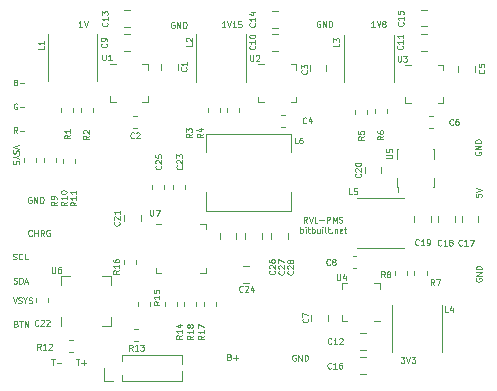
<source format=gbr>
G04 #@! TF.GenerationSoftware,KiCad,Pcbnew,(5.1.4)-1*
G04 #@! TF.CreationDate,2020-09-18T11:06:02-04:00*
G04 #@! TF.ProjectId,RVL-PMS HW2,52564c2d-504d-4532-9048-57322e6b6963,rev?*
G04 #@! TF.SameCoordinates,Original*
G04 #@! TF.FileFunction,Legend,Top*
G04 #@! TF.FilePolarity,Positive*
%FSLAX46Y46*%
G04 Gerber Fmt 4.6, Leading zero omitted, Abs format (unit mm)*
G04 Created by KiCad (PCBNEW (5.1.4)-1) date 2020-09-18 11:06:02*
%MOMM*%
%LPD*%
G04 APERTURE LIST*
%ADD10C,0.125000*%
%ADD11C,0.120000*%
G04 APERTURE END LIST*
D10*
X147996190Y-70845238D02*
X147996190Y-71083333D01*
X148234285Y-71107142D01*
X148210476Y-71083333D01*
X148186666Y-71035714D01*
X148186666Y-70916666D01*
X148210476Y-70869047D01*
X148234285Y-70845238D01*
X148281904Y-70821428D01*
X148400952Y-70821428D01*
X148448571Y-70845238D01*
X148472380Y-70869047D01*
X148496190Y-70916666D01*
X148496190Y-71035714D01*
X148472380Y-71083333D01*
X148448571Y-71107142D01*
X147996190Y-70678571D02*
X148496190Y-70511904D01*
X147996190Y-70345238D01*
X109323809Y-66672857D02*
X108823809Y-66839523D01*
X109323809Y-67006190D01*
X108847619Y-67149047D02*
X108823809Y-67220476D01*
X108823809Y-67339523D01*
X108847619Y-67387142D01*
X108871428Y-67410952D01*
X108919047Y-67434761D01*
X108966666Y-67434761D01*
X109014285Y-67410952D01*
X109038095Y-67387142D01*
X109061904Y-67339523D01*
X109085714Y-67244285D01*
X109109523Y-67196666D01*
X109133333Y-67172857D01*
X109180952Y-67149047D01*
X109228571Y-67149047D01*
X109276190Y-67172857D01*
X109300000Y-67196666D01*
X109323809Y-67244285D01*
X109323809Y-67363333D01*
X109300000Y-67434761D01*
X109061904Y-67744285D02*
X108823809Y-67744285D01*
X109323809Y-67577619D02*
X109061904Y-67744285D01*
X109323809Y-67910952D01*
X108847619Y-68053809D02*
X108823809Y-68125238D01*
X108823809Y-68244285D01*
X108847619Y-68291904D01*
X108871428Y-68315714D01*
X108919047Y-68339523D01*
X108966666Y-68339523D01*
X109014285Y-68315714D01*
X109038095Y-68291904D01*
X109061904Y-68244285D01*
X109085714Y-68149047D01*
X109109523Y-68101428D01*
X109133333Y-68077619D01*
X109180952Y-68053809D01*
X109228571Y-68053809D01*
X109276190Y-68077619D01*
X109300000Y-68101428D01*
X109323809Y-68149047D01*
X109323809Y-68268095D01*
X109300000Y-68339523D01*
X109061190Y-61404285D02*
X109132619Y-61428095D01*
X109156428Y-61451904D01*
X109180238Y-61499523D01*
X109180238Y-61570952D01*
X109156428Y-61618571D01*
X109132619Y-61642380D01*
X109085000Y-61666190D01*
X108894523Y-61666190D01*
X108894523Y-61166190D01*
X109061190Y-61166190D01*
X109108809Y-61190000D01*
X109132619Y-61213809D01*
X109156428Y-61261428D01*
X109156428Y-61309047D01*
X109132619Y-61356666D01*
X109108809Y-61380476D01*
X109061190Y-61404285D01*
X108894523Y-61404285D01*
X109394523Y-61475714D02*
X109775476Y-61475714D01*
X109166428Y-63200000D02*
X109118809Y-63176190D01*
X109047380Y-63176190D01*
X108975952Y-63200000D01*
X108928333Y-63247619D01*
X108904523Y-63295238D01*
X108880714Y-63390476D01*
X108880714Y-63461904D01*
X108904523Y-63557142D01*
X108928333Y-63604761D01*
X108975952Y-63652380D01*
X109047380Y-63676190D01*
X109095000Y-63676190D01*
X109166428Y-63652380D01*
X109190238Y-63628571D01*
X109190238Y-63461904D01*
X109095000Y-63461904D01*
X109404523Y-63485714D02*
X109785476Y-63485714D01*
X109190238Y-65676190D02*
X109023571Y-65438095D01*
X108904523Y-65676190D02*
X108904523Y-65176190D01*
X109095000Y-65176190D01*
X109142619Y-65200000D01*
X109166428Y-65223809D01*
X109190238Y-65271428D01*
X109190238Y-65342857D01*
X109166428Y-65390476D01*
X109142619Y-65414285D01*
X109095000Y-65438095D01*
X108904523Y-65438095D01*
X109404523Y-65485714D02*
X109785476Y-65485714D01*
X108839761Y-76372380D02*
X108911190Y-76396190D01*
X109030238Y-76396190D01*
X109077857Y-76372380D01*
X109101666Y-76348571D01*
X109125476Y-76300952D01*
X109125476Y-76253333D01*
X109101666Y-76205714D01*
X109077857Y-76181904D01*
X109030238Y-76158095D01*
X108935000Y-76134285D01*
X108887380Y-76110476D01*
X108863571Y-76086666D01*
X108839761Y-76039047D01*
X108839761Y-75991428D01*
X108863571Y-75943809D01*
X108887380Y-75920000D01*
X108935000Y-75896190D01*
X109054047Y-75896190D01*
X109125476Y-75920000D01*
X109625476Y-76348571D02*
X109601666Y-76372380D01*
X109530238Y-76396190D01*
X109482619Y-76396190D01*
X109411190Y-76372380D01*
X109363571Y-76324761D01*
X109339761Y-76277142D01*
X109315952Y-76181904D01*
X109315952Y-76110476D01*
X109339761Y-76015238D01*
X109363571Y-75967619D01*
X109411190Y-75920000D01*
X109482619Y-75896190D01*
X109530238Y-75896190D01*
X109601666Y-75920000D01*
X109625476Y-75943809D01*
X110077857Y-76396190D02*
X109839761Y-76396190D01*
X109839761Y-75896190D01*
X108867857Y-78412380D02*
X108939285Y-78436190D01*
X109058333Y-78436190D01*
X109105952Y-78412380D01*
X109129761Y-78388571D01*
X109153571Y-78340952D01*
X109153571Y-78293333D01*
X109129761Y-78245714D01*
X109105952Y-78221904D01*
X109058333Y-78198095D01*
X108963095Y-78174285D01*
X108915476Y-78150476D01*
X108891666Y-78126666D01*
X108867857Y-78079047D01*
X108867857Y-78031428D01*
X108891666Y-77983809D01*
X108915476Y-77960000D01*
X108963095Y-77936190D01*
X109082142Y-77936190D01*
X109153571Y-77960000D01*
X109367857Y-78436190D02*
X109367857Y-77936190D01*
X109486904Y-77936190D01*
X109558333Y-77960000D01*
X109605952Y-78007619D01*
X109629761Y-78055238D01*
X109653571Y-78150476D01*
X109653571Y-78221904D01*
X109629761Y-78317142D01*
X109605952Y-78364761D01*
X109558333Y-78412380D01*
X109486904Y-78436190D01*
X109367857Y-78436190D01*
X109844047Y-78293333D02*
X110082142Y-78293333D01*
X109796428Y-78436190D02*
X109963095Y-77936190D01*
X110129761Y-78436190D01*
X108787857Y-79596190D02*
X108954523Y-80096190D01*
X109121190Y-79596190D01*
X109264047Y-80072380D02*
X109335476Y-80096190D01*
X109454523Y-80096190D01*
X109502142Y-80072380D01*
X109525952Y-80048571D01*
X109549761Y-80000952D01*
X109549761Y-79953333D01*
X109525952Y-79905714D01*
X109502142Y-79881904D01*
X109454523Y-79858095D01*
X109359285Y-79834285D01*
X109311666Y-79810476D01*
X109287857Y-79786666D01*
X109264047Y-79739047D01*
X109264047Y-79691428D01*
X109287857Y-79643809D01*
X109311666Y-79620000D01*
X109359285Y-79596190D01*
X109478333Y-79596190D01*
X109549761Y-79620000D01*
X109859285Y-79858095D02*
X109859285Y-80096190D01*
X109692619Y-79596190D02*
X109859285Y-79858095D01*
X110025952Y-79596190D01*
X110168809Y-80072380D02*
X110240238Y-80096190D01*
X110359285Y-80096190D01*
X110406904Y-80072380D01*
X110430714Y-80048571D01*
X110454523Y-80000952D01*
X110454523Y-79953333D01*
X110430714Y-79905714D01*
X110406904Y-79881904D01*
X110359285Y-79858095D01*
X110264047Y-79834285D01*
X110216428Y-79810476D01*
X110192619Y-79786666D01*
X110168809Y-79739047D01*
X110168809Y-79691428D01*
X110192619Y-79643809D01*
X110216428Y-79620000D01*
X110264047Y-79596190D01*
X110383095Y-79596190D01*
X110454523Y-79620000D01*
X109088333Y-81834285D02*
X109159761Y-81858095D01*
X109183571Y-81881904D01*
X109207380Y-81929523D01*
X109207380Y-82000952D01*
X109183571Y-82048571D01*
X109159761Y-82072380D01*
X109112142Y-82096190D01*
X108921666Y-82096190D01*
X108921666Y-81596190D01*
X109088333Y-81596190D01*
X109135952Y-81620000D01*
X109159761Y-81643809D01*
X109183571Y-81691428D01*
X109183571Y-81739047D01*
X109159761Y-81786666D01*
X109135952Y-81810476D01*
X109088333Y-81834285D01*
X108921666Y-81834285D01*
X109350238Y-81596190D02*
X109635952Y-81596190D01*
X109493095Y-82096190D02*
X109493095Y-81596190D01*
X109802619Y-82096190D02*
X109802619Y-81596190D01*
X110088333Y-82096190D01*
X110088333Y-81596190D01*
X112082619Y-84836190D02*
X112368333Y-84836190D01*
X112225476Y-85336190D02*
X112225476Y-84836190D01*
X112535000Y-85145714D02*
X112915952Y-85145714D01*
X114157619Y-84816190D02*
X114443333Y-84816190D01*
X114300476Y-85316190D02*
X114300476Y-84816190D01*
X114610000Y-85125714D02*
X114990952Y-85125714D01*
X114800476Y-85316190D02*
X114800476Y-84935238D01*
X133714761Y-73268690D02*
X133548095Y-73030595D01*
X133429047Y-73268690D02*
X133429047Y-72768690D01*
X133619523Y-72768690D01*
X133667142Y-72792500D01*
X133690952Y-72816309D01*
X133714761Y-72863928D01*
X133714761Y-72935357D01*
X133690952Y-72982976D01*
X133667142Y-73006785D01*
X133619523Y-73030595D01*
X133429047Y-73030595D01*
X133857619Y-72768690D02*
X134024285Y-73268690D01*
X134190952Y-72768690D01*
X134595714Y-73268690D02*
X134357619Y-73268690D01*
X134357619Y-72768690D01*
X134762380Y-73078214D02*
X135143333Y-73078214D01*
X135381428Y-73268690D02*
X135381428Y-72768690D01*
X135571904Y-72768690D01*
X135619523Y-72792500D01*
X135643333Y-72816309D01*
X135667142Y-72863928D01*
X135667142Y-72935357D01*
X135643333Y-72982976D01*
X135619523Y-73006785D01*
X135571904Y-73030595D01*
X135381428Y-73030595D01*
X135881428Y-73268690D02*
X135881428Y-72768690D01*
X136048095Y-73125833D01*
X136214761Y-72768690D01*
X136214761Y-73268690D01*
X136429047Y-73244880D02*
X136500476Y-73268690D01*
X136619523Y-73268690D01*
X136667142Y-73244880D01*
X136690952Y-73221071D01*
X136714761Y-73173452D01*
X136714761Y-73125833D01*
X136690952Y-73078214D01*
X136667142Y-73054404D01*
X136619523Y-73030595D01*
X136524285Y-73006785D01*
X136476666Y-72982976D01*
X136452857Y-72959166D01*
X136429047Y-72911547D01*
X136429047Y-72863928D01*
X136452857Y-72816309D01*
X136476666Y-72792500D01*
X136524285Y-72768690D01*
X136643333Y-72768690D01*
X136714761Y-72792500D01*
X133143333Y-74143690D02*
X133143333Y-73643690D01*
X133143333Y-73834166D02*
X133190952Y-73810357D01*
X133286190Y-73810357D01*
X133333809Y-73834166D01*
X133357619Y-73857976D01*
X133381428Y-73905595D01*
X133381428Y-74048452D01*
X133357619Y-74096071D01*
X133333809Y-74119880D01*
X133286190Y-74143690D01*
X133190952Y-74143690D01*
X133143333Y-74119880D01*
X133595714Y-74143690D02*
X133595714Y-73810357D01*
X133595714Y-73643690D02*
X133571904Y-73667500D01*
X133595714Y-73691309D01*
X133619523Y-73667500D01*
X133595714Y-73643690D01*
X133595714Y-73691309D01*
X133762380Y-73810357D02*
X133952857Y-73810357D01*
X133833809Y-73643690D02*
X133833809Y-74072261D01*
X133857619Y-74119880D01*
X133905238Y-74143690D01*
X133952857Y-74143690D01*
X134119523Y-74143690D02*
X134119523Y-73643690D01*
X134119523Y-73834166D02*
X134167142Y-73810357D01*
X134262380Y-73810357D01*
X134310000Y-73834166D01*
X134333809Y-73857976D01*
X134357619Y-73905595D01*
X134357619Y-74048452D01*
X134333809Y-74096071D01*
X134310000Y-74119880D01*
X134262380Y-74143690D01*
X134167142Y-74143690D01*
X134119523Y-74119880D01*
X134786190Y-73810357D02*
X134786190Y-74143690D01*
X134571904Y-73810357D02*
X134571904Y-74072261D01*
X134595714Y-74119880D01*
X134643333Y-74143690D01*
X134714761Y-74143690D01*
X134762380Y-74119880D01*
X134786190Y-74096071D01*
X135024285Y-74143690D02*
X135024285Y-73810357D01*
X135024285Y-73643690D02*
X135000476Y-73667500D01*
X135024285Y-73691309D01*
X135048095Y-73667500D01*
X135024285Y-73643690D01*
X135024285Y-73691309D01*
X135333809Y-74143690D02*
X135286190Y-74119880D01*
X135262380Y-74072261D01*
X135262380Y-73643690D01*
X135452857Y-73810357D02*
X135643333Y-73810357D01*
X135524285Y-73643690D02*
X135524285Y-74072261D01*
X135548095Y-74119880D01*
X135595714Y-74143690D01*
X135643333Y-74143690D01*
X135810000Y-74096071D02*
X135833809Y-74119880D01*
X135810000Y-74143690D01*
X135786190Y-74119880D01*
X135810000Y-74096071D01*
X135810000Y-74143690D01*
X136048095Y-73810357D02*
X136048095Y-74143690D01*
X136048095Y-73857976D02*
X136071904Y-73834166D01*
X136119523Y-73810357D01*
X136190952Y-73810357D01*
X136238571Y-73834166D01*
X136262380Y-73881785D01*
X136262380Y-74143690D01*
X136690952Y-74119880D02*
X136643333Y-74143690D01*
X136548095Y-74143690D01*
X136500476Y-74119880D01*
X136476666Y-74072261D01*
X136476666Y-73881785D01*
X136500476Y-73834166D01*
X136548095Y-73810357D01*
X136643333Y-73810357D01*
X136690952Y-73834166D01*
X136714761Y-73881785D01*
X136714761Y-73929404D01*
X136476666Y-73977023D01*
X136857619Y-73810357D02*
X137048095Y-73810357D01*
X136929047Y-73643690D02*
X136929047Y-74072261D01*
X136952857Y-74119880D01*
X137000476Y-74143690D01*
X137048095Y-74143690D01*
X141660952Y-84656190D02*
X141970476Y-84656190D01*
X141803809Y-84846666D01*
X141875238Y-84846666D01*
X141922857Y-84870476D01*
X141946666Y-84894285D01*
X141970476Y-84941904D01*
X141970476Y-85060952D01*
X141946666Y-85108571D01*
X141922857Y-85132380D01*
X141875238Y-85156190D01*
X141732380Y-85156190D01*
X141684761Y-85132380D01*
X141660952Y-85108571D01*
X142113333Y-84656190D02*
X142280000Y-85156190D01*
X142446666Y-84656190D01*
X142565714Y-84656190D02*
X142875238Y-84656190D01*
X142708571Y-84846666D01*
X142780000Y-84846666D01*
X142827619Y-84870476D01*
X142851428Y-84894285D01*
X142875238Y-84941904D01*
X142875238Y-85060952D01*
X142851428Y-85108571D01*
X142827619Y-85132380D01*
X142780000Y-85156190D01*
X142637142Y-85156190D01*
X142589523Y-85132380D01*
X142565714Y-85108571D01*
X139460476Y-56706190D02*
X139174761Y-56706190D01*
X139317619Y-56706190D02*
X139317619Y-56206190D01*
X139270000Y-56277619D01*
X139222380Y-56325238D01*
X139174761Y-56349047D01*
X139603333Y-56206190D02*
X139770000Y-56706190D01*
X139936666Y-56206190D01*
X140174761Y-56420476D02*
X140127142Y-56396666D01*
X140103333Y-56372857D01*
X140079523Y-56325238D01*
X140079523Y-56301428D01*
X140103333Y-56253809D01*
X140127142Y-56230000D01*
X140174761Y-56206190D01*
X140270000Y-56206190D01*
X140317619Y-56230000D01*
X140341428Y-56253809D01*
X140365238Y-56301428D01*
X140365238Y-56325238D01*
X140341428Y-56372857D01*
X140317619Y-56396666D01*
X140270000Y-56420476D01*
X140174761Y-56420476D01*
X140127142Y-56444285D01*
X140103333Y-56468095D01*
X140079523Y-56515714D01*
X140079523Y-56610952D01*
X140103333Y-56658571D01*
X140127142Y-56682380D01*
X140174761Y-56706190D01*
X140270000Y-56706190D01*
X140317619Y-56682380D01*
X140341428Y-56658571D01*
X140365238Y-56610952D01*
X140365238Y-56515714D01*
X140341428Y-56468095D01*
X140317619Y-56444285D01*
X140270000Y-56420476D01*
X126792380Y-56736190D02*
X126506666Y-56736190D01*
X126649523Y-56736190D02*
X126649523Y-56236190D01*
X126601904Y-56307619D01*
X126554285Y-56355238D01*
X126506666Y-56379047D01*
X126935238Y-56236190D02*
X127101904Y-56736190D01*
X127268571Y-56236190D01*
X127697142Y-56736190D02*
X127411428Y-56736190D01*
X127554285Y-56736190D02*
X127554285Y-56236190D01*
X127506666Y-56307619D01*
X127459047Y-56355238D01*
X127411428Y-56379047D01*
X128149523Y-56236190D02*
X127911428Y-56236190D01*
X127887619Y-56474285D01*
X127911428Y-56450476D01*
X127959047Y-56426666D01*
X128078095Y-56426666D01*
X128125714Y-56450476D01*
X128149523Y-56474285D01*
X128173333Y-56521904D01*
X128173333Y-56640952D01*
X128149523Y-56688571D01*
X128125714Y-56712380D01*
X128078095Y-56736190D01*
X127959047Y-56736190D01*
X127911428Y-56712380D01*
X127887619Y-56688571D01*
X114678571Y-56706190D02*
X114392857Y-56706190D01*
X114535714Y-56706190D02*
X114535714Y-56206190D01*
X114488095Y-56277619D01*
X114440476Y-56325238D01*
X114392857Y-56349047D01*
X114821428Y-56206190D02*
X114988095Y-56706190D01*
X115154761Y-56206190D01*
X110417857Y-74353571D02*
X110394047Y-74377380D01*
X110322619Y-74401190D01*
X110275000Y-74401190D01*
X110203571Y-74377380D01*
X110155952Y-74329761D01*
X110132142Y-74282142D01*
X110108333Y-74186904D01*
X110108333Y-74115476D01*
X110132142Y-74020238D01*
X110155952Y-73972619D01*
X110203571Y-73925000D01*
X110275000Y-73901190D01*
X110322619Y-73901190D01*
X110394047Y-73925000D01*
X110417857Y-73948809D01*
X110632142Y-74401190D02*
X110632142Y-73901190D01*
X110632142Y-74139285D02*
X110917857Y-74139285D01*
X110917857Y-74401190D02*
X110917857Y-73901190D01*
X111441666Y-74401190D02*
X111275000Y-74163095D01*
X111155952Y-74401190D02*
X111155952Y-73901190D01*
X111346428Y-73901190D01*
X111394047Y-73925000D01*
X111417857Y-73948809D01*
X111441666Y-73996428D01*
X111441666Y-74067857D01*
X111417857Y-74115476D01*
X111394047Y-74139285D01*
X111346428Y-74163095D01*
X111155952Y-74163095D01*
X111917857Y-73925000D02*
X111870238Y-73901190D01*
X111798809Y-73901190D01*
X111727380Y-73925000D01*
X111679761Y-73972619D01*
X111655952Y-74020238D01*
X111632142Y-74115476D01*
X111632142Y-74186904D01*
X111655952Y-74282142D01*
X111679761Y-74329761D01*
X111727380Y-74377380D01*
X111798809Y-74401190D01*
X111846428Y-74401190D01*
X111917857Y-74377380D01*
X111941666Y-74353571D01*
X111941666Y-74186904D01*
X111846428Y-74186904D01*
X110369047Y-71125000D02*
X110321428Y-71101190D01*
X110250000Y-71101190D01*
X110178571Y-71125000D01*
X110130952Y-71172619D01*
X110107142Y-71220238D01*
X110083333Y-71315476D01*
X110083333Y-71386904D01*
X110107142Y-71482142D01*
X110130952Y-71529761D01*
X110178571Y-71577380D01*
X110250000Y-71601190D01*
X110297619Y-71601190D01*
X110369047Y-71577380D01*
X110392857Y-71553571D01*
X110392857Y-71386904D01*
X110297619Y-71386904D01*
X110607142Y-71601190D02*
X110607142Y-71101190D01*
X110892857Y-71601190D01*
X110892857Y-71101190D01*
X111130952Y-71601190D02*
X111130952Y-71101190D01*
X111250000Y-71101190D01*
X111321428Y-71125000D01*
X111369047Y-71172619D01*
X111392857Y-71220238D01*
X111416666Y-71315476D01*
X111416666Y-71386904D01*
X111392857Y-71482142D01*
X111369047Y-71529761D01*
X111321428Y-71577380D01*
X111250000Y-71601190D01*
X111130952Y-71601190D01*
X122479047Y-56310000D02*
X122431428Y-56286190D01*
X122360000Y-56286190D01*
X122288571Y-56310000D01*
X122240952Y-56357619D01*
X122217142Y-56405238D01*
X122193333Y-56500476D01*
X122193333Y-56571904D01*
X122217142Y-56667142D01*
X122240952Y-56714761D01*
X122288571Y-56762380D01*
X122360000Y-56786190D01*
X122407619Y-56786190D01*
X122479047Y-56762380D01*
X122502857Y-56738571D01*
X122502857Y-56571904D01*
X122407619Y-56571904D01*
X122717142Y-56786190D02*
X122717142Y-56286190D01*
X123002857Y-56786190D01*
X123002857Y-56286190D01*
X123240952Y-56786190D02*
X123240952Y-56286190D01*
X123360000Y-56286190D01*
X123431428Y-56310000D01*
X123479047Y-56357619D01*
X123502857Y-56405238D01*
X123526666Y-56500476D01*
X123526666Y-56571904D01*
X123502857Y-56667142D01*
X123479047Y-56714761D01*
X123431428Y-56762380D01*
X123360000Y-56786190D01*
X123240952Y-56786190D01*
X134819047Y-56230000D02*
X134771428Y-56206190D01*
X134700000Y-56206190D01*
X134628571Y-56230000D01*
X134580952Y-56277619D01*
X134557142Y-56325238D01*
X134533333Y-56420476D01*
X134533333Y-56491904D01*
X134557142Y-56587142D01*
X134580952Y-56634761D01*
X134628571Y-56682380D01*
X134700000Y-56706190D01*
X134747619Y-56706190D01*
X134819047Y-56682380D01*
X134842857Y-56658571D01*
X134842857Y-56491904D01*
X134747619Y-56491904D01*
X135057142Y-56706190D02*
X135057142Y-56206190D01*
X135342857Y-56706190D01*
X135342857Y-56206190D01*
X135580952Y-56706190D02*
X135580952Y-56206190D01*
X135700000Y-56206190D01*
X135771428Y-56230000D01*
X135819047Y-56277619D01*
X135842857Y-56325238D01*
X135866666Y-56420476D01*
X135866666Y-56491904D01*
X135842857Y-56587142D01*
X135819047Y-56634761D01*
X135771428Y-56682380D01*
X135700000Y-56706190D01*
X135580952Y-56706190D01*
X147975000Y-67280952D02*
X147951190Y-67328571D01*
X147951190Y-67400000D01*
X147975000Y-67471428D01*
X148022619Y-67519047D01*
X148070238Y-67542857D01*
X148165476Y-67566666D01*
X148236904Y-67566666D01*
X148332142Y-67542857D01*
X148379761Y-67519047D01*
X148427380Y-67471428D01*
X148451190Y-67400000D01*
X148451190Y-67352380D01*
X148427380Y-67280952D01*
X148403571Y-67257142D01*
X148236904Y-67257142D01*
X148236904Y-67352380D01*
X148451190Y-67042857D02*
X147951190Y-67042857D01*
X148451190Y-66757142D01*
X147951190Y-66757142D01*
X148451190Y-66519047D02*
X147951190Y-66519047D01*
X147951190Y-66400000D01*
X147975000Y-66328571D01*
X148022619Y-66280952D01*
X148070238Y-66257142D01*
X148165476Y-66233333D01*
X148236904Y-66233333D01*
X148332142Y-66257142D01*
X148379761Y-66280952D01*
X148427380Y-66328571D01*
X148451190Y-66400000D01*
X148451190Y-66519047D01*
X148030000Y-78000952D02*
X148006190Y-78048571D01*
X148006190Y-78120000D01*
X148030000Y-78191428D01*
X148077619Y-78239047D01*
X148125238Y-78262857D01*
X148220476Y-78286666D01*
X148291904Y-78286666D01*
X148387142Y-78262857D01*
X148434761Y-78239047D01*
X148482380Y-78191428D01*
X148506190Y-78120000D01*
X148506190Y-78072380D01*
X148482380Y-78000952D01*
X148458571Y-77977142D01*
X148291904Y-77977142D01*
X148291904Y-78072380D01*
X148506190Y-77762857D02*
X148006190Y-77762857D01*
X148506190Y-77477142D01*
X148006190Y-77477142D01*
X148506190Y-77239047D02*
X148006190Y-77239047D01*
X148006190Y-77120000D01*
X148030000Y-77048571D01*
X148077619Y-77000952D01*
X148125238Y-76977142D01*
X148220476Y-76953333D01*
X148291904Y-76953333D01*
X148387142Y-76977142D01*
X148434761Y-77000952D01*
X148482380Y-77048571D01*
X148506190Y-77120000D01*
X148506190Y-77239047D01*
X132744047Y-84500000D02*
X132696428Y-84476190D01*
X132625000Y-84476190D01*
X132553571Y-84500000D01*
X132505952Y-84547619D01*
X132482142Y-84595238D01*
X132458333Y-84690476D01*
X132458333Y-84761904D01*
X132482142Y-84857142D01*
X132505952Y-84904761D01*
X132553571Y-84952380D01*
X132625000Y-84976190D01*
X132672619Y-84976190D01*
X132744047Y-84952380D01*
X132767857Y-84928571D01*
X132767857Y-84761904D01*
X132672619Y-84761904D01*
X132982142Y-84976190D02*
X132982142Y-84476190D01*
X133267857Y-84976190D01*
X133267857Y-84476190D01*
X133505952Y-84976190D02*
X133505952Y-84476190D01*
X133625000Y-84476190D01*
X133696428Y-84500000D01*
X133744047Y-84547619D01*
X133767857Y-84595238D01*
X133791666Y-84690476D01*
X133791666Y-84761904D01*
X133767857Y-84857142D01*
X133744047Y-84904761D01*
X133696428Y-84952380D01*
X133625000Y-84976190D01*
X133505952Y-84976190D01*
X127151190Y-84639285D02*
X127222619Y-84663095D01*
X127246428Y-84686904D01*
X127270238Y-84734523D01*
X127270238Y-84805952D01*
X127246428Y-84853571D01*
X127222619Y-84877380D01*
X127175000Y-84901190D01*
X126984523Y-84901190D01*
X126984523Y-84401190D01*
X127151190Y-84401190D01*
X127198809Y-84425000D01*
X127222619Y-84448809D01*
X127246428Y-84496428D01*
X127246428Y-84544047D01*
X127222619Y-84591666D01*
X127198809Y-84615476D01*
X127151190Y-84639285D01*
X126984523Y-84639285D01*
X127484523Y-84710714D02*
X127865476Y-84710714D01*
X127675000Y-84901190D02*
X127675000Y-84520238D01*
D11*
X122760000Y-60371078D02*
X122760000Y-59853922D01*
X121340000Y-60371078D02*
X121340000Y-59853922D01*
X118999721Y-65260000D02*
X119325279Y-65260000D01*
X118999721Y-64240000D02*
X119325279Y-64240000D01*
X133940000Y-60446078D02*
X133940000Y-59928922D01*
X135360000Y-60446078D02*
X135360000Y-59928922D01*
X131549721Y-65185000D02*
X131875279Y-65185000D01*
X131549721Y-64165000D02*
X131875279Y-64165000D01*
X146490000Y-60521078D02*
X146490000Y-60003922D01*
X147910000Y-60521078D02*
X147910000Y-60003922D01*
X144074721Y-64215000D02*
X144400279Y-64215000D01*
X144074721Y-65235000D02*
X144400279Y-65235000D01*
X134090000Y-81066422D02*
X134090000Y-81583578D01*
X135510000Y-81066422D02*
X135510000Y-81583578D01*
X137900279Y-77160000D02*
X137574721Y-77160000D01*
X137900279Y-76140000D02*
X137574721Y-76140000D01*
X118253922Y-58760000D02*
X118771078Y-58760000D01*
X118253922Y-57340000D02*
X118771078Y-57340000D01*
X130728922Y-58760000D02*
X131246078Y-58760000D01*
X130728922Y-57340000D02*
X131246078Y-57340000D01*
X143328922Y-57290000D02*
X143846078Y-57290000D01*
X143328922Y-58710000D02*
X143846078Y-58710000D01*
X138746078Y-84060000D02*
X138228922Y-84060000D01*
X138746078Y-82640000D02*
X138228922Y-82640000D01*
X118771078Y-55265000D02*
X118253922Y-55265000D01*
X118771078Y-56685000D02*
X118253922Y-56685000D01*
X131246078Y-56760000D02*
X130728922Y-56760000D01*
X131246078Y-55340000D02*
X130728922Y-55340000D01*
X143846078Y-55240000D02*
X143328922Y-55240000D01*
X143846078Y-56660000D02*
X143328922Y-56660000D01*
X138228922Y-84690000D02*
X138746078Y-84690000D01*
X138228922Y-86110000D02*
X138746078Y-86110000D01*
X146815000Y-72678922D02*
X146815000Y-73196078D01*
X148235000Y-72678922D02*
X148235000Y-73196078D01*
X146210000Y-72678922D02*
X146210000Y-73196078D01*
X144790000Y-72678922D02*
X144790000Y-73196078D01*
X142790000Y-72678922D02*
X142790000Y-73196078D01*
X144210000Y-72678922D02*
X144210000Y-73196078D01*
X138590000Y-69071078D02*
X138590000Y-68553922D01*
X140010000Y-69071078D02*
X140010000Y-68553922D01*
X118215000Y-73171078D02*
X118215000Y-72653922D01*
X119635000Y-73171078D02*
X119635000Y-72653922D01*
X111810000Y-79699721D02*
X111810000Y-80025279D01*
X110790000Y-79699721D02*
X110790000Y-80025279D01*
X123385000Y-70450279D02*
X123385000Y-70124721D01*
X122365000Y-70450279D02*
X122365000Y-70124721D01*
X128821078Y-76965000D02*
X128303922Y-76965000D01*
X128821078Y-78385000D02*
X128303922Y-78385000D01*
X121635000Y-70124721D02*
X121635000Y-70450279D01*
X120615000Y-70124721D02*
X120615000Y-70450279D01*
X126315000Y-74671078D02*
X126315000Y-74153922D01*
X127735000Y-74671078D02*
X127735000Y-74153922D01*
X129910000Y-74671078D02*
X129910000Y-74153922D01*
X128490000Y-74671078D02*
X128490000Y-74153922D01*
X130665000Y-74671078D02*
X130665000Y-74153922D01*
X132085000Y-74671078D02*
X132085000Y-74153922D01*
X123100000Y-86685000D02*
X123100000Y-85882530D01*
X123100000Y-85267470D02*
X123100000Y-84465000D01*
X118085000Y-86685000D02*
X123100000Y-86685000D01*
X118085000Y-84465000D02*
X123100000Y-84465000D01*
X118085000Y-86685000D02*
X118085000Y-86138471D01*
X118085000Y-85011529D02*
X118085000Y-84465000D01*
X117325000Y-86685000D02*
X116565000Y-86685000D01*
X116565000Y-86685000D02*
X116565000Y-85575000D01*
X111750000Y-57325000D02*
X111750000Y-61325000D01*
X115950000Y-57325000D02*
X115950000Y-61325000D01*
X128525000Y-57350000D02*
X128525000Y-61350000D01*
X124325000Y-57350000D02*
X124325000Y-61350000D01*
X141050000Y-57400000D02*
X141050000Y-61400000D01*
X136850000Y-57400000D02*
X136850000Y-61400000D01*
X140925000Y-84225000D02*
X140925000Y-80225000D01*
X145125000Y-84225000D02*
X145125000Y-80225000D01*
X137950000Y-75400000D02*
X141950000Y-75400000D01*
X137950000Y-71200000D02*
X141950000Y-71200000D01*
X132325000Y-72275000D02*
X132325000Y-70725000D01*
X132325000Y-72275000D02*
X125125000Y-72275000D01*
X125125000Y-72275000D02*
X125125000Y-70725000D01*
X125125000Y-65775000D02*
X132325000Y-65775000D01*
X125125000Y-65775000D02*
X125125000Y-67325000D01*
X132325000Y-65775000D02*
X132325000Y-67325000D01*
X112890000Y-63549721D02*
X112890000Y-63875279D01*
X113910000Y-63549721D02*
X113910000Y-63875279D01*
X115560000Y-63549721D02*
X115560000Y-63875279D01*
X114540000Y-63549721D02*
X114540000Y-63875279D01*
X125365000Y-63549721D02*
X125365000Y-63875279D01*
X126385000Y-63549721D02*
X126385000Y-63875279D01*
X127985000Y-63549721D02*
X127985000Y-63875279D01*
X126965000Y-63549721D02*
X126965000Y-63875279D01*
X137790000Y-63724721D02*
X137790000Y-64050279D01*
X138810000Y-63724721D02*
X138810000Y-64050279D01*
X140460000Y-63699721D02*
X140460000Y-64025279D01*
X139440000Y-63699721D02*
X139440000Y-64025279D01*
X142815000Y-77700279D02*
X142815000Y-77374721D01*
X143835000Y-77700279D02*
X143835000Y-77374721D01*
X142185000Y-77700279D02*
X142185000Y-77374721D01*
X141165000Y-77700279D02*
X141165000Y-77374721D01*
X110785000Y-67849721D02*
X110785000Y-68175279D01*
X109765000Y-67849721D02*
X109765000Y-68175279D01*
X111415000Y-67849721D02*
X111415000Y-68175279D01*
X112435000Y-67849721D02*
X112435000Y-68175279D01*
X114060000Y-67874721D02*
X114060000Y-68200279D01*
X113040000Y-67874721D02*
X113040000Y-68200279D01*
X113925279Y-83240000D02*
X113599721Y-83240000D01*
X113925279Y-84260000D02*
X113599721Y-84260000D01*
X119099721Y-82315000D02*
X119425279Y-82315000D01*
X119099721Y-83335000D02*
X119425279Y-83335000D01*
X121665000Y-80024721D02*
X121665000Y-80350279D01*
X122685000Y-80024721D02*
X122685000Y-80350279D01*
X120385000Y-80350279D02*
X120385000Y-80024721D01*
X119365000Y-80350279D02*
X119365000Y-80024721D01*
X118215000Y-76750279D02*
X118215000Y-76424721D01*
X119235000Y-76750279D02*
X119235000Y-76424721D01*
X125985000Y-79999721D02*
X125985000Y-80325279D01*
X124965000Y-79999721D02*
X124965000Y-80325279D01*
X124335000Y-80337779D02*
X124335000Y-80012221D01*
X123315000Y-80337779D02*
X123315000Y-80012221D01*
X117515000Y-59840000D02*
X117040000Y-59840000D01*
X120260000Y-63060000D02*
X120260000Y-62585000D01*
X119785000Y-63060000D02*
X120260000Y-63060000D01*
X117040000Y-63060000D02*
X117040000Y-62585000D01*
X117515000Y-63060000D02*
X117040000Y-63060000D01*
X120260000Y-59840000D02*
X120260000Y-60315000D01*
X119785000Y-59840000D02*
X120260000Y-59840000D01*
X132335000Y-59865000D02*
X132810000Y-59865000D01*
X132810000Y-59865000D02*
X132810000Y-60340000D01*
X130065000Y-63085000D02*
X129590000Y-63085000D01*
X129590000Y-63085000D02*
X129590000Y-62610000D01*
X132335000Y-63085000D02*
X132810000Y-63085000D01*
X132810000Y-63085000D02*
X132810000Y-62610000D01*
X130065000Y-59865000D02*
X129590000Y-59865000D01*
X142515000Y-59915000D02*
X142040000Y-59915000D01*
X145260000Y-63135000D02*
X145260000Y-62660000D01*
X144785000Y-63135000D02*
X145260000Y-63135000D01*
X142040000Y-63135000D02*
X142040000Y-62660000D01*
X142515000Y-63135000D02*
X142040000Y-63135000D01*
X145260000Y-59915000D02*
X145260000Y-60390000D01*
X144785000Y-59915000D02*
X145260000Y-59915000D01*
X137115000Y-81610000D02*
X136640000Y-81610000D01*
X136640000Y-81610000D02*
X136640000Y-81135000D01*
X139385000Y-78390000D02*
X139860000Y-78390000D01*
X139860000Y-78390000D02*
X139860000Y-78865000D01*
X137115000Y-78390000D02*
X136640000Y-78390000D01*
X136640000Y-78390000D02*
X136640000Y-78865000D01*
X139385000Y-81610000D02*
X139860000Y-81610000D01*
X141400000Y-70275000D02*
X141400000Y-70675000D01*
X144500000Y-67075000D02*
X144400000Y-67075000D01*
X144500000Y-67875000D02*
X144500000Y-67075000D01*
X144500000Y-70275000D02*
X144500000Y-69475000D01*
X144400000Y-70275000D02*
X144500000Y-70275000D01*
X141300000Y-67075000D02*
X141400000Y-67075000D01*
X141300000Y-67875000D02*
X141300000Y-67075000D01*
X141300000Y-70275000D02*
X141400000Y-70275000D01*
X141300000Y-69475000D02*
X141300000Y-70275000D01*
X112890000Y-78540000D02*
X112890000Y-77815000D01*
X112890000Y-77815000D02*
X113615000Y-77815000D01*
X117110000Y-81310000D02*
X117110000Y-82035000D01*
X117110000Y-82035000D02*
X116385000Y-82035000D01*
X117110000Y-78540000D02*
X117110000Y-77815000D01*
X117110000Y-77815000D02*
X116385000Y-77815000D01*
X112890000Y-81310000D02*
X112890000Y-82035000D01*
X124660000Y-73365000D02*
X125135000Y-73365000D01*
X125135000Y-73365000D02*
X125135000Y-73840000D01*
X121390000Y-77585000D02*
X120915000Y-77585000D01*
X120915000Y-77585000D02*
X120915000Y-77110000D01*
X124660000Y-77585000D02*
X125135000Y-77585000D01*
X125135000Y-77585000D02*
X125135000Y-77110000D01*
X121390000Y-73365000D02*
X120915000Y-73365000D01*
D10*
X123488571Y-60143333D02*
X123512380Y-60167142D01*
X123536190Y-60238571D01*
X123536190Y-60286190D01*
X123512380Y-60357619D01*
X123464761Y-60405238D01*
X123417142Y-60429047D01*
X123321904Y-60452857D01*
X123250476Y-60452857D01*
X123155238Y-60429047D01*
X123107619Y-60405238D01*
X123060000Y-60357619D01*
X123036190Y-60286190D01*
X123036190Y-60238571D01*
X123060000Y-60167142D01*
X123083809Y-60143333D01*
X123536190Y-59667142D02*
X123536190Y-59952857D01*
X123536190Y-59810000D02*
X123036190Y-59810000D01*
X123107619Y-59857619D01*
X123155238Y-59905238D01*
X123179047Y-59952857D01*
X119066666Y-66098571D02*
X119042857Y-66122380D01*
X118971428Y-66146190D01*
X118923809Y-66146190D01*
X118852380Y-66122380D01*
X118804761Y-66074761D01*
X118780952Y-66027142D01*
X118757142Y-65931904D01*
X118757142Y-65860476D01*
X118780952Y-65765238D01*
X118804761Y-65717619D01*
X118852380Y-65670000D01*
X118923809Y-65646190D01*
X118971428Y-65646190D01*
X119042857Y-65670000D01*
X119066666Y-65693809D01*
X119257142Y-65693809D02*
X119280952Y-65670000D01*
X119328571Y-65646190D01*
X119447619Y-65646190D01*
X119495238Y-65670000D01*
X119519047Y-65693809D01*
X119542857Y-65741428D01*
X119542857Y-65789047D01*
X119519047Y-65860476D01*
X119233333Y-66146190D01*
X119542857Y-66146190D01*
X133688571Y-60373333D02*
X133712380Y-60397142D01*
X133736190Y-60468571D01*
X133736190Y-60516190D01*
X133712380Y-60587619D01*
X133664761Y-60635238D01*
X133617142Y-60659047D01*
X133521904Y-60682857D01*
X133450476Y-60682857D01*
X133355238Y-60659047D01*
X133307619Y-60635238D01*
X133260000Y-60587619D01*
X133236190Y-60516190D01*
X133236190Y-60468571D01*
X133260000Y-60397142D01*
X133283809Y-60373333D01*
X133236190Y-60206666D02*
X133236190Y-59897142D01*
X133426666Y-60063809D01*
X133426666Y-59992380D01*
X133450476Y-59944761D01*
X133474285Y-59920952D01*
X133521904Y-59897142D01*
X133640952Y-59897142D01*
X133688571Y-59920952D01*
X133712380Y-59944761D01*
X133736190Y-59992380D01*
X133736190Y-60135238D01*
X133712380Y-60182857D01*
X133688571Y-60206666D01*
X133656666Y-64828571D02*
X133632857Y-64852380D01*
X133561428Y-64876190D01*
X133513809Y-64876190D01*
X133442380Y-64852380D01*
X133394761Y-64804761D01*
X133370952Y-64757142D01*
X133347142Y-64661904D01*
X133347142Y-64590476D01*
X133370952Y-64495238D01*
X133394761Y-64447619D01*
X133442380Y-64400000D01*
X133513809Y-64376190D01*
X133561428Y-64376190D01*
X133632857Y-64400000D01*
X133656666Y-64423809D01*
X134085238Y-64542857D02*
X134085238Y-64876190D01*
X133966190Y-64352380D02*
X133847142Y-64709523D01*
X134156666Y-64709523D01*
X148688571Y-60333333D02*
X148712380Y-60357142D01*
X148736190Y-60428571D01*
X148736190Y-60476190D01*
X148712380Y-60547619D01*
X148664761Y-60595238D01*
X148617142Y-60619047D01*
X148521904Y-60642857D01*
X148450476Y-60642857D01*
X148355238Y-60619047D01*
X148307619Y-60595238D01*
X148260000Y-60547619D01*
X148236190Y-60476190D01*
X148236190Y-60428571D01*
X148260000Y-60357142D01*
X148283809Y-60333333D01*
X148236190Y-59880952D02*
X148236190Y-60119047D01*
X148474285Y-60142857D01*
X148450476Y-60119047D01*
X148426666Y-60071428D01*
X148426666Y-59952380D01*
X148450476Y-59904761D01*
X148474285Y-59880952D01*
X148521904Y-59857142D01*
X148640952Y-59857142D01*
X148688571Y-59880952D01*
X148712380Y-59904761D01*
X148736190Y-59952380D01*
X148736190Y-60071428D01*
X148712380Y-60119047D01*
X148688571Y-60142857D01*
X146086666Y-64958571D02*
X146062857Y-64982380D01*
X145991428Y-65006190D01*
X145943809Y-65006190D01*
X145872380Y-64982380D01*
X145824761Y-64934761D01*
X145800952Y-64887142D01*
X145777142Y-64791904D01*
X145777142Y-64720476D01*
X145800952Y-64625238D01*
X145824761Y-64577619D01*
X145872380Y-64530000D01*
X145943809Y-64506190D01*
X145991428Y-64506190D01*
X146062857Y-64530000D01*
X146086666Y-64553809D01*
X146515238Y-64506190D02*
X146420000Y-64506190D01*
X146372380Y-64530000D01*
X146348571Y-64553809D01*
X146300952Y-64625238D01*
X146277142Y-64720476D01*
X146277142Y-64910952D01*
X146300952Y-64958571D01*
X146324761Y-64982380D01*
X146372380Y-65006190D01*
X146467619Y-65006190D01*
X146515238Y-64982380D01*
X146539047Y-64958571D01*
X146562857Y-64910952D01*
X146562857Y-64791904D01*
X146539047Y-64744285D01*
X146515238Y-64720476D01*
X146467619Y-64696666D01*
X146372380Y-64696666D01*
X146324761Y-64720476D01*
X146300952Y-64744285D01*
X146277142Y-64791904D01*
X133768571Y-81403333D02*
X133792380Y-81427142D01*
X133816190Y-81498571D01*
X133816190Y-81546190D01*
X133792380Y-81617619D01*
X133744761Y-81665238D01*
X133697142Y-81689047D01*
X133601904Y-81712857D01*
X133530476Y-81712857D01*
X133435238Y-81689047D01*
X133387619Y-81665238D01*
X133340000Y-81617619D01*
X133316190Y-81546190D01*
X133316190Y-81498571D01*
X133340000Y-81427142D01*
X133363809Y-81403333D01*
X133316190Y-81236666D02*
X133316190Y-80903333D01*
X133816190Y-81117619D01*
X135656666Y-76818571D02*
X135632857Y-76842380D01*
X135561428Y-76866190D01*
X135513809Y-76866190D01*
X135442380Y-76842380D01*
X135394761Y-76794761D01*
X135370952Y-76747142D01*
X135347142Y-76651904D01*
X135347142Y-76580476D01*
X135370952Y-76485238D01*
X135394761Y-76437619D01*
X135442380Y-76390000D01*
X135513809Y-76366190D01*
X135561428Y-76366190D01*
X135632857Y-76390000D01*
X135656666Y-76413809D01*
X135942380Y-76580476D02*
X135894761Y-76556666D01*
X135870952Y-76532857D01*
X135847142Y-76485238D01*
X135847142Y-76461428D01*
X135870952Y-76413809D01*
X135894761Y-76390000D01*
X135942380Y-76366190D01*
X136037619Y-76366190D01*
X136085238Y-76390000D01*
X136109047Y-76413809D01*
X136132857Y-76461428D01*
X136132857Y-76485238D01*
X136109047Y-76532857D01*
X136085238Y-76556666D01*
X136037619Y-76580476D01*
X135942380Y-76580476D01*
X135894761Y-76604285D01*
X135870952Y-76628095D01*
X135847142Y-76675714D01*
X135847142Y-76770952D01*
X135870952Y-76818571D01*
X135894761Y-76842380D01*
X135942380Y-76866190D01*
X136037619Y-76866190D01*
X136085238Y-76842380D01*
X136109047Y-76818571D01*
X136132857Y-76770952D01*
X136132857Y-76675714D01*
X136109047Y-76628095D01*
X136085238Y-76604285D01*
X136037619Y-76580476D01*
X116728571Y-58113333D02*
X116752380Y-58137142D01*
X116776190Y-58208571D01*
X116776190Y-58256190D01*
X116752380Y-58327619D01*
X116704761Y-58375238D01*
X116657142Y-58399047D01*
X116561904Y-58422857D01*
X116490476Y-58422857D01*
X116395238Y-58399047D01*
X116347619Y-58375238D01*
X116300000Y-58327619D01*
X116276190Y-58256190D01*
X116276190Y-58208571D01*
X116300000Y-58137142D01*
X116323809Y-58113333D01*
X116776190Y-57875238D02*
X116776190Y-57780000D01*
X116752380Y-57732380D01*
X116728571Y-57708571D01*
X116657142Y-57660952D01*
X116561904Y-57637142D01*
X116371428Y-57637142D01*
X116323809Y-57660952D01*
X116300000Y-57684761D01*
X116276190Y-57732380D01*
X116276190Y-57827619D01*
X116300000Y-57875238D01*
X116323809Y-57899047D01*
X116371428Y-57922857D01*
X116490476Y-57922857D01*
X116538095Y-57899047D01*
X116561904Y-57875238D01*
X116585714Y-57827619D01*
X116585714Y-57732380D01*
X116561904Y-57684761D01*
X116538095Y-57660952D01*
X116490476Y-57637142D01*
X129288571Y-58311428D02*
X129312380Y-58335238D01*
X129336190Y-58406666D01*
X129336190Y-58454285D01*
X129312380Y-58525714D01*
X129264761Y-58573333D01*
X129217142Y-58597142D01*
X129121904Y-58620952D01*
X129050476Y-58620952D01*
X128955238Y-58597142D01*
X128907619Y-58573333D01*
X128860000Y-58525714D01*
X128836190Y-58454285D01*
X128836190Y-58406666D01*
X128860000Y-58335238D01*
X128883809Y-58311428D01*
X129336190Y-57835238D02*
X129336190Y-58120952D01*
X129336190Y-57978095D02*
X128836190Y-57978095D01*
X128907619Y-58025714D01*
X128955238Y-58073333D01*
X128979047Y-58120952D01*
X128836190Y-57525714D02*
X128836190Y-57478095D01*
X128860000Y-57430476D01*
X128883809Y-57406666D01*
X128931428Y-57382857D01*
X129026666Y-57359047D01*
X129145714Y-57359047D01*
X129240952Y-57382857D01*
X129288571Y-57406666D01*
X129312380Y-57430476D01*
X129336190Y-57478095D01*
X129336190Y-57525714D01*
X129312380Y-57573333D01*
X129288571Y-57597142D01*
X129240952Y-57620952D01*
X129145714Y-57644761D01*
X129026666Y-57644761D01*
X128931428Y-57620952D01*
X128883809Y-57597142D01*
X128860000Y-57573333D01*
X128836190Y-57525714D01*
X141778571Y-58311428D02*
X141802380Y-58335238D01*
X141826190Y-58406666D01*
X141826190Y-58454285D01*
X141802380Y-58525714D01*
X141754761Y-58573333D01*
X141707142Y-58597142D01*
X141611904Y-58620952D01*
X141540476Y-58620952D01*
X141445238Y-58597142D01*
X141397619Y-58573333D01*
X141350000Y-58525714D01*
X141326190Y-58454285D01*
X141326190Y-58406666D01*
X141350000Y-58335238D01*
X141373809Y-58311428D01*
X141826190Y-57835238D02*
X141826190Y-58120952D01*
X141826190Y-57978095D02*
X141326190Y-57978095D01*
X141397619Y-58025714D01*
X141445238Y-58073333D01*
X141469047Y-58120952D01*
X141826190Y-57359047D02*
X141826190Y-57644761D01*
X141826190Y-57501904D02*
X141326190Y-57501904D01*
X141397619Y-57549523D01*
X141445238Y-57597142D01*
X141469047Y-57644761D01*
X135788571Y-83508571D02*
X135764761Y-83532380D01*
X135693333Y-83556190D01*
X135645714Y-83556190D01*
X135574285Y-83532380D01*
X135526666Y-83484761D01*
X135502857Y-83437142D01*
X135479047Y-83341904D01*
X135479047Y-83270476D01*
X135502857Y-83175238D01*
X135526666Y-83127619D01*
X135574285Y-83080000D01*
X135645714Y-83056190D01*
X135693333Y-83056190D01*
X135764761Y-83080000D01*
X135788571Y-83103809D01*
X136264761Y-83556190D02*
X135979047Y-83556190D01*
X136121904Y-83556190D02*
X136121904Y-83056190D01*
X136074285Y-83127619D01*
X136026666Y-83175238D01*
X135979047Y-83199047D01*
X136455238Y-83103809D02*
X136479047Y-83080000D01*
X136526666Y-83056190D01*
X136645714Y-83056190D01*
X136693333Y-83080000D01*
X136717142Y-83103809D01*
X136740952Y-83151428D01*
X136740952Y-83199047D01*
X136717142Y-83270476D01*
X136431428Y-83556190D01*
X136740952Y-83556190D01*
X116798571Y-56351428D02*
X116822380Y-56375238D01*
X116846190Y-56446666D01*
X116846190Y-56494285D01*
X116822380Y-56565714D01*
X116774761Y-56613333D01*
X116727142Y-56637142D01*
X116631904Y-56660952D01*
X116560476Y-56660952D01*
X116465238Y-56637142D01*
X116417619Y-56613333D01*
X116370000Y-56565714D01*
X116346190Y-56494285D01*
X116346190Y-56446666D01*
X116370000Y-56375238D01*
X116393809Y-56351428D01*
X116846190Y-55875238D02*
X116846190Y-56160952D01*
X116846190Y-56018095D02*
X116346190Y-56018095D01*
X116417619Y-56065714D01*
X116465238Y-56113333D01*
X116489047Y-56160952D01*
X116346190Y-55708571D02*
X116346190Y-55399047D01*
X116536666Y-55565714D01*
X116536666Y-55494285D01*
X116560476Y-55446666D01*
X116584285Y-55422857D01*
X116631904Y-55399047D01*
X116750952Y-55399047D01*
X116798571Y-55422857D01*
X116822380Y-55446666D01*
X116846190Y-55494285D01*
X116846190Y-55637142D01*
X116822380Y-55684761D01*
X116798571Y-55708571D01*
X129278571Y-56391428D02*
X129302380Y-56415238D01*
X129326190Y-56486666D01*
X129326190Y-56534285D01*
X129302380Y-56605714D01*
X129254761Y-56653333D01*
X129207142Y-56677142D01*
X129111904Y-56700952D01*
X129040476Y-56700952D01*
X128945238Y-56677142D01*
X128897619Y-56653333D01*
X128850000Y-56605714D01*
X128826190Y-56534285D01*
X128826190Y-56486666D01*
X128850000Y-56415238D01*
X128873809Y-56391428D01*
X129326190Y-55915238D02*
X129326190Y-56200952D01*
X129326190Y-56058095D02*
X128826190Y-56058095D01*
X128897619Y-56105714D01*
X128945238Y-56153333D01*
X128969047Y-56200952D01*
X128992857Y-55486666D02*
X129326190Y-55486666D01*
X128802380Y-55605714D02*
X129159523Y-55724761D01*
X129159523Y-55415238D01*
X141838571Y-56321428D02*
X141862380Y-56345238D01*
X141886190Y-56416666D01*
X141886190Y-56464285D01*
X141862380Y-56535714D01*
X141814761Y-56583333D01*
X141767142Y-56607142D01*
X141671904Y-56630952D01*
X141600476Y-56630952D01*
X141505238Y-56607142D01*
X141457619Y-56583333D01*
X141410000Y-56535714D01*
X141386190Y-56464285D01*
X141386190Y-56416666D01*
X141410000Y-56345238D01*
X141433809Y-56321428D01*
X141886190Y-55845238D02*
X141886190Y-56130952D01*
X141886190Y-55988095D02*
X141386190Y-55988095D01*
X141457619Y-56035714D01*
X141505238Y-56083333D01*
X141529047Y-56130952D01*
X141386190Y-55392857D02*
X141386190Y-55630952D01*
X141624285Y-55654761D01*
X141600476Y-55630952D01*
X141576666Y-55583333D01*
X141576666Y-55464285D01*
X141600476Y-55416666D01*
X141624285Y-55392857D01*
X141671904Y-55369047D01*
X141790952Y-55369047D01*
X141838571Y-55392857D01*
X141862380Y-55416666D01*
X141886190Y-55464285D01*
X141886190Y-55583333D01*
X141862380Y-55630952D01*
X141838571Y-55654761D01*
X135758571Y-85588571D02*
X135734761Y-85612380D01*
X135663333Y-85636190D01*
X135615714Y-85636190D01*
X135544285Y-85612380D01*
X135496666Y-85564761D01*
X135472857Y-85517142D01*
X135449047Y-85421904D01*
X135449047Y-85350476D01*
X135472857Y-85255238D01*
X135496666Y-85207619D01*
X135544285Y-85160000D01*
X135615714Y-85136190D01*
X135663333Y-85136190D01*
X135734761Y-85160000D01*
X135758571Y-85183809D01*
X136234761Y-85636190D02*
X135949047Y-85636190D01*
X136091904Y-85636190D02*
X136091904Y-85136190D01*
X136044285Y-85207619D01*
X135996666Y-85255238D01*
X135949047Y-85279047D01*
X136663333Y-85136190D02*
X136568095Y-85136190D01*
X136520476Y-85160000D01*
X136496666Y-85183809D01*
X136449047Y-85255238D01*
X136425238Y-85350476D01*
X136425238Y-85540952D01*
X136449047Y-85588571D01*
X136472857Y-85612380D01*
X136520476Y-85636190D01*
X136615714Y-85636190D01*
X136663333Y-85612380D01*
X136687142Y-85588571D01*
X136710952Y-85540952D01*
X136710952Y-85421904D01*
X136687142Y-85374285D01*
X136663333Y-85350476D01*
X136615714Y-85326666D01*
X136520476Y-85326666D01*
X136472857Y-85350476D01*
X136449047Y-85374285D01*
X136425238Y-85421904D01*
X146848571Y-75168571D02*
X146824761Y-75192380D01*
X146753333Y-75216190D01*
X146705714Y-75216190D01*
X146634285Y-75192380D01*
X146586666Y-75144761D01*
X146562857Y-75097142D01*
X146539047Y-75001904D01*
X146539047Y-74930476D01*
X146562857Y-74835238D01*
X146586666Y-74787619D01*
X146634285Y-74740000D01*
X146705714Y-74716190D01*
X146753333Y-74716190D01*
X146824761Y-74740000D01*
X146848571Y-74763809D01*
X147324761Y-75216190D02*
X147039047Y-75216190D01*
X147181904Y-75216190D02*
X147181904Y-74716190D01*
X147134285Y-74787619D01*
X147086666Y-74835238D01*
X147039047Y-74859047D01*
X147491428Y-74716190D02*
X147824761Y-74716190D01*
X147610476Y-75216190D01*
X145088571Y-75168571D02*
X145064761Y-75192380D01*
X144993333Y-75216190D01*
X144945714Y-75216190D01*
X144874285Y-75192380D01*
X144826666Y-75144761D01*
X144802857Y-75097142D01*
X144779047Y-75001904D01*
X144779047Y-74930476D01*
X144802857Y-74835238D01*
X144826666Y-74787619D01*
X144874285Y-74740000D01*
X144945714Y-74716190D01*
X144993333Y-74716190D01*
X145064761Y-74740000D01*
X145088571Y-74763809D01*
X145564761Y-75216190D02*
X145279047Y-75216190D01*
X145421904Y-75216190D02*
X145421904Y-74716190D01*
X145374285Y-74787619D01*
X145326666Y-74835238D01*
X145279047Y-74859047D01*
X145850476Y-74930476D02*
X145802857Y-74906666D01*
X145779047Y-74882857D01*
X145755238Y-74835238D01*
X145755238Y-74811428D01*
X145779047Y-74763809D01*
X145802857Y-74740000D01*
X145850476Y-74716190D01*
X145945714Y-74716190D01*
X145993333Y-74740000D01*
X146017142Y-74763809D01*
X146040952Y-74811428D01*
X146040952Y-74835238D01*
X146017142Y-74882857D01*
X145993333Y-74906666D01*
X145945714Y-74930476D01*
X145850476Y-74930476D01*
X145802857Y-74954285D01*
X145779047Y-74978095D01*
X145755238Y-75025714D01*
X145755238Y-75120952D01*
X145779047Y-75168571D01*
X145802857Y-75192380D01*
X145850476Y-75216190D01*
X145945714Y-75216190D01*
X145993333Y-75192380D01*
X146017142Y-75168571D01*
X146040952Y-75120952D01*
X146040952Y-75025714D01*
X146017142Y-74978095D01*
X145993333Y-74954285D01*
X145945714Y-74930476D01*
X143178571Y-75128571D02*
X143154761Y-75152380D01*
X143083333Y-75176190D01*
X143035714Y-75176190D01*
X142964285Y-75152380D01*
X142916666Y-75104761D01*
X142892857Y-75057142D01*
X142869047Y-74961904D01*
X142869047Y-74890476D01*
X142892857Y-74795238D01*
X142916666Y-74747619D01*
X142964285Y-74700000D01*
X143035714Y-74676190D01*
X143083333Y-74676190D01*
X143154761Y-74700000D01*
X143178571Y-74723809D01*
X143654761Y-75176190D02*
X143369047Y-75176190D01*
X143511904Y-75176190D02*
X143511904Y-74676190D01*
X143464285Y-74747619D01*
X143416666Y-74795238D01*
X143369047Y-74819047D01*
X143892857Y-75176190D02*
X143988095Y-75176190D01*
X144035714Y-75152380D01*
X144059523Y-75128571D01*
X144107142Y-75057142D01*
X144130952Y-74961904D01*
X144130952Y-74771428D01*
X144107142Y-74723809D01*
X144083333Y-74700000D01*
X144035714Y-74676190D01*
X143940476Y-74676190D01*
X143892857Y-74700000D01*
X143869047Y-74723809D01*
X143845238Y-74771428D01*
X143845238Y-74890476D01*
X143869047Y-74938095D01*
X143892857Y-74961904D01*
X143940476Y-74985714D01*
X144035714Y-74985714D01*
X144083333Y-74961904D01*
X144107142Y-74938095D01*
X144130952Y-74890476D01*
X138228571Y-69141428D02*
X138252380Y-69165238D01*
X138276190Y-69236666D01*
X138276190Y-69284285D01*
X138252380Y-69355714D01*
X138204761Y-69403333D01*
X138157142Y-69427142D01*
X138061904Y-69450952D01*
X137990476Y-69450952D01*
X137895238Y-69427142D01*
X137847619Y-69403333D01*
X137800000Y-69355714D01*
X137776190Y-69284285D01*
X137776190Y-69236666D01*
X137800000Y-69165238D01*
X137823809Y-69141428D01*
X137823809Y-68950952D02*
X137800000Y-68927142D01*
X137776190Y-68879523D01*
X137776190Y-68760476D01*
X137800000Y-68712857D01*
X137823809Y-68689047D01*
X137871428Y-68665238D01*
X137919047Y-68665238D01*
X137990476Y-68689047D01*
X138276190Y-68974761D01*
X138276190Y-68665238D01*
X137776190Y-68355714D02*
X137776190Y-68308095D01*
X137800000Y-68260476D01*
X137823809Y-68236666D01*
X137871428Y-68212857D01*
X137966666Y-68189047D01*
X138085714Y-68189047D01*
X138180952Y-68212857D01*
X138228571Y-68236666D01*
X138252380Y-68260476D01*
X138276190Y-68308095D01*
X138276190Y-68355714D01*
X138252380Y-68403333D01*
X138228571Y-68427142D01*
X138180952Y-68450952D01*
X138085714Y-68474761D01*
X137966666Y-68474761D01*
X137871428Y-68450952D01*
X137823809Y-68427142D01*
X137800000Y-68403333D01*
X137776190Y-68355714D01*
X117808571Y-73221428D02*
X117832380Y-73245238D01*
X117856190Y-73316666D01*
X117856190Y-73364285D01*
X117832380Y-73435714D01*
X117784761Y-73483333D01*
X117737142Y-73507142D01*
X117641904Y-73530952D01*
X117570476Y-73530952D01*
X117475238Y-73507142D01*
X117427619Y-73483333D01*
X117380000Y-73435714D01*
X117356190Y-73364285D01*
X117356190Y-73316666D01*
X117380000Y-73245238D01*
X117403809Y-73221428D01*
X117403809Y-73030952D02*
X117380000Y-73007142D01*
X117356190Y-72959523D01*
X117356190Y-72840476D01*
X117380000Y-72792857D01*
X117403809Y-72769047D01*
X117451428Y-72745238D01*
X117499047Y-72745238D01*
X117570476Y-72769047D01*
X117856190Y-73054761D01*
X117856190Y-72745238D01*
X117856190Y-72269047D02*
X117856190Y-72554761D01*
X117856190Y-72411904D02*
X117356190Y-72411904D01*
X117427619Y-72459523D01*
X117475238Y-72507142D01*
X117499047Y-72554761D01*
X110968571Y-81968571D02*
X110944761Y-81992380D01*
X110873333Y-82016190D01*
X110825714Y-82016190D01*
X110754285Y-81992380D01*
X110706666Y-81944761D01*
X110682857Y-81897142D01*
X110659047Y-81801904D01*
X110659047Y-81730476D01*
X110682857Y-81635238D01*
X110706666Y-81587619D01*
X110754285Y-81540000D01*
X110825714Y-81516190D01*
X110873333Y-81516190D01*
X110944761Y-81540000D01*
X110968571Y-81563809D01*
X111159047Y-81563809D02*
X111182857Y-81540000D01*
X111230476Y-81516190D01*
X111349523Y-81516190D01*
X111397142Y-81540000D01*
X111420952Y-81563809D01*
X111444761Y-81611428D01*
X111444761Y-81659047D01*
X111420952Y-81730476D01*
X111135238Y-82016190D01*
X111444761Y-82016190D01*
X111635238Y-81563809D02*
X111659047Y-81540000D01*
X111706666Y-81516190D01*
X111825714Y-81516190D01*
X111873333Y-81540000D01*
X111897142Y-81563809D01*
X111920952Y-81611428D01*
X111920952Y-81659047D01*
X111897142Y-81730476D01*
X111611428Y-82016190D01*
X111920952Y-82016190D01*
X123118571Y-68441428D02*
X123142380Y-68465238D01*
X123166190Y-68536666D01*
X123166190Y-68584285D01*
X123142380Y-68655714D01*
X123094761Y-68703333D01*
X123047142Y-68727142D01*
X122951904Y-68750952D01*
X122880476Y-68750952D01*
X122785238Y-68727142D01*
X122737619Y-68703333D01*
X122690000Y-68655714D01*
X122666190Y-68584285D01*
X122666190Y-68536666D01*
X122690000Y-68465238D01*
X122713809Y-68441428D01*
X122713809Y-68250952D02*
X122690000Y-68227142D01*
X122666190Y-68179523D01*
X122666190Y-68060476D01*
X122690000Y-68012857D01*
X122713809Y-67989047D01*
X122761428Y-67965238D01*
X122809047Y-67965238D01*
X122880476Y-67989047D01*
X123166190Y-68274761D01*
X123166190Y-67965238D01*
X122666190Y-67798571D02*
X122666190Y-67489047D01*
X122856666Y-67655714D01*
X122856666Y-67584285D01*
X122880476Y-67536666D01*
X122904285Y-67512857D01*
X122951904Y-67489047D01*
X123070952Y-67489047D01*
X123118571Y-67512857D01*
X123142380Y-67536666D01*
X123166190Y-67584285D01*
X123166190Y-67727142D01*
X123142380Y-67774761D01*
X123118571Y-67798571D01*
X128268571Y-79088571D02*
X128244761Y-79112380D01*
X128173333Y-79136190D01*
X128125714Y-79136190D01*
X128054285Y-79112380D01*
X128006666Y-79064761D01*
X127982857Y-79017142D01*
X127959047Y-78921904D01*
X127959047Y-78850476D01*
X127982857Y-78755238D01*
X128006666Y-78707619D01*
X128054285Y-78660000D01*
X128125714Y-78636190D01*
X128173333Y-78636190D01*
X128244761Y-78660000D01*
X128268571Y-78683809D01*
X128459047Y-78683809D02*
X128482857Y-78660000D01*
X128530476Y-78636190D01*
X128649523Y-78636190D01*
X128697142Y-78660000D01*
X128720952Y-78683809D01*
X128744761Y-78731428D01*
X128744761Y-78779047D01*
X128720952Y-78850476D01*
X128435238Y-79136190D01*
X128744761Y-79136190D01*
X129173333Y-78802857D02*
X129173333Y-79136190D01*
X129054285Y-78612380D02*
X128935238Y-78969523D01*
X129244761Y-78969523D01*
X121328571Y-68451428D02*
X121352380Y-68475238D01*
X121376190Y-68546666D01*
X121376190Y-68594285D01*
X121352380Y-68665714D01*
X121304761Y-68713333D01*
X121257142Y-68737142D01*
X121161904Y-68760952D01*
X121090476Y-68760952D01*
X120995238Y-68737142D01*
X120947619Y-68713333D01*
X120900000Y-68665714D01*
X120876190Y-68594285D01*
X120876190Y-68546666D01*
X120900000Y-68475238D01*
X120923809Y-68451428D01*
X120923809Y-68260952D02*
X120900000Y-68237142D01*
X120876190Y-68189523D01*
X120876190Y-68070476D01*
X120900000Y-68022857D01*
X120923809Y-67999047D01*
X120971428Y-67975238D01*
X121019047Y-67975238D01*
X121090476Y-67999047D01*
X121376190Y-68284761D01*
X121376190Y-67975238D01*
X120876190Y-67522857D02*
X120876190Y-67760952D01*
X121114285Y-67784761D01*
X121090476Y-67760952D01*
X121066666Y-67713333D01*
X121066666Y-67594285D01*
X121090476Y-67546666D01*
X121114285Y-67522857D01*
X121161904Y-67499047D01*
X121280952Y-67499047D01*
X121328571Y-67522857D01*
X121352380Y-67546666D01*
X121376190Y-67594285D01*
X121376190Y-67713333D01*
X121352380Y-67760952D01*
X121328571Y-67784761D01*
X130958571Y-77341428D02*
X130982380Y-77365238D01*
X131006190Y-77436666D01*
X131006190Y-77484285D01*
X130982380Y-77555714D01*
X130934761Y-77603333D01*
X130887142Y-77627142D01*
X130791904Y-77650952D01*
X130720476Y-77650952D01*
X130625238Y-77627142D01*
X130577619Y-77603333D01*
X130530000Y-77555714D01*
X130506190Y-77484285D01*
X130506190Y-77436666D01*
X130530000Y-77365238D01*
X130553809Y-77341428D01*
X130553809Y-77150952D02*
X130530000Y-77127142D01*
X130506190Y-77079523D01*
X130506190Y-76960476D01*
X130530000Y-76912857D01*
X130553809Y-76889047D01*
X130601428Y-76865238D01*
X130649047Y-76865238D01*
X130720476Y-76889047D01*
X131006190Y-77174761D01*
X131006190Y-76865238D01*
X130506190Y-76436666D02*
X130506190Y-76531904D01*
X130530000Y-76579523D01*
X130553809Y-76603333D01*
X130625238Y-76650952D01*
X130720476Y-76674761D01*
X130910952Y-76674761D01*
X130958571Y-76650952D01*
X130982380Y-76627142D01*
X131006190Y-76579523D01*
X131006190Y-76484285D01*
X130982380Y-76436666D01*
X130958571Y-76412857D01*
X130910952Y-76389047D01*
X130791904Y-76389047D01*
X130744285Y-76412857D01*
X130720476Y-76436666D01*
X130696666Y-76484285D01*
X130696666Y-76579523D01*
X130720476Y-76627142D01*
X130744285Y-76650952D01*
X130791904Y-76674761D01*
X131748571Y-77371428D02*
X131772380Y-77395238D01*
X131796190Y-77466666D01*
X131796190Y-77514285D01*
X131772380Y-77585714D01*
X131724761Y-77633333D01*
X131677142Y-77657142D01*
X131581904Y-77680952D01*
X131510476Y-77680952D01*
X131415238Y-77657142D01*
X131367619Y-77633333D01*
X131320000Y-77585714D01*
X131296190Y-77514285D01*
X131296190Y-77466666D01*
X131320000Y-77395238D01*
X131343809Y-77371428D01*
X131343809Y-77180952D02*
X131320000Y-77157142D01*
X131296190Y-77109523D01*
X131296190Y-76990476D01*
X131320000Y-76942857D01*
X131343809Y-76919047D01*
X131391428Y-76895238D01*
X131439047Y-76895238D01*
X131510476Y-76919047D01*
X131796190Y-77204761D01*
X131796190Y-76895238D01*
X131296190Y-76728571D02*
X131296190Y-76395238D01*
X131796190Y-76609523D01*
X132508571Y-77371428D02*
X132532380Y-77395238D01*
X132556190Y-77466666D01*
X132556190Y-77514285D01*
X132532380Y-77585714D01*
X132484761Y-77633333D01*
X132437142Y-77657142D01*
X132341904Y-77680952D01*
X132270476Y-77680952D01*
X132175238Y-77657142D01*
X132127619Y-77633333D01*
X132080000Y-77585714D01*
X132056190Y-77514285D01*
X132056190Y-77466666D01*
X132080000Y-77395238D01*
X132103809Y-77371428D01*
X132103809Y-77180952D02*
X132080000Y-77157142D01*
X132056190Y-77109523D01*
X132056190Y-76990476D01*
X132080000Y-76942857D01*
X132103809Y-76919047D01*
X132151428Y-76895238D01*
X132199047Y-76895238D01*
X132270476Y-76919047D01*
X132556190Y-77204761D01*
X132556190Y-76895238D01*
X132270476Y-76609523D02*
X132246666Y-76657142D01*
X132222857Y-76680952D01*
X132175238Y-76704761D01*
X132151428Y-76704761D01*
X132103809Y-76680952D01*
X132080000Y-76657142D01*
X132056190Y-76609523D01*
X132056190Y-76514285D01*
X132080000Y-76466666D01*
X132103809Y-76442857D01*
X132151428Y-76419047D01*
X132175238Y-76419047D01*
X132222857Y-76442857D01*
X132246666Y-76466666D01*
X132270476Y-76514285D01*
X132270476Y-76609523D01*
X132294285Y-76657142D01*
X132318095Y-76680952D01*
X132365714Y-76704761D01*
X132460952Y-76704761D01*
X132508571Y-76680952D01*
X132532380Y-76657142D01*
X132556190Y-76609523D01*
X132556190Y-76514285D01*
X132532380Y-76466666D01*
X132508571Y-76442857D01*
X132460952Y-76419047D01*
X132365714Y-76419047D01*
X132318095Y-76442857D01*
X132294285Y-76466666D01*
X132270476Y-76514285D01*
X111446190Y-58333333D02*
X111446190Y-58571428D01*
X110946190Y-58571428D01*
X111446190Y-57904761D02*
X111446190Y-58190476D01*
X111446190Y-58047619D02*
X110946190Y-58047619D01*
X111017619Y-58095238D01*
X111065238Y-58142857D01*
X111089047Y-58190476D01*
X123976190Y-58063333D02*
X123976190Y-58301428D01*
X123476190Y-58301428D01*
X123523809Y-57920476D02*
X123500000Y-57896666D01*
X123476190Y-57849047D01*
X123476190Y-57730000D01*
X123500000Y-57682380D01*
X123523809Y-57658571D01*
X123571428Y-57634761D01*
X123619047Y-57634761D01*
X123690476Y-57658571D01*
X123976190Y-57944285D01*
X123976190Y-57634761D01*
X136456190Y-58113333D02*
X136456190Y-58351428D01*
X135956190Y-58351428D01*
X135956190Y-57994285D02*
X135956190Y-57684761D01*
X136146666Y-57851428D01*
X136146666Y-57780000D01*
X136170476Y-57732380D01*
X136194285Y-57708571D01*
X136241904Y-57684761D01*
X136360952Y-57684761D01*
X136408571Y-57708571D01*
X136432380Y-57732380D01*
X136456190Y-57780000D01*
X136456190Y-57922857D01*
X136432380Y-57970476D01*
X136408571Y-57994285D01*
X145656666Y-80876190D02*
X145418571Y-80876190D01*
X145418571Y-80376190D01*
X146037619Y-80542857D02*
X146037619Y-80876190D01*
X145918571Y-80352380D02*
X145799523Y-80709523D01*
X146109047Y-80709523D01*
X137546666Y-70886190D02*
X137308571Y-70886190D01*
X137308571Y-70386190D01*
X137951428Y-70386190D02*
X137713333Y-70386190D01*
X137689523Y-70624285D01*
X137713333Y-70600476D01*
X137760952Y-70576666D01*
X137880000Y-70576666D01*
X137927619Y-70600476D01*
X137951428Y-70624285D01*
X137975238Y-70671904D01*
X137975238Y-70790952D01*
X137951428Y-70838571D01*
X137927619Y-70862380D01*
X137880000Y-70886190D01*
X137760952Y-70886190D01*
X137713333Y-70862380D01*
X137689523Y-70838571D01*
X132916666Y-66576190D02*
X132678571Y-66576190D01*
X132678571Y-66076190D01*
X133297619Y-66076190D02*
X133202380Y-66076190D01*
X133154761Y-66100000D01*
X133130952Y-66123809D01*
X133083333Y-66195238D01*
X133059523Y-66290476D01*
X133059523Y-66480952D01*
X133083333Y-66528571D01*
X133107142Y-66552380D01*
X133154761Y-66576190D01*
X133250000Y-66576190D01*
X133297619Y-66552380D01*
X133321428Y-66528571D01*
X133345238Y-66480952D01*
X133345238Y-66361904D01*
X133321428Y-66314285D01*
X133297619Y-66290476D01*
X133250000Y-66266666D01*
X133154761Y-66266666D01*
X133107142Y-66290476D01*
X133083333Y-66314285D01*
X133059523Y-66361904D01*
X113666190Y-65863333D02*
X113428095Y-66030000D01*
X113666190Y-66149047D02*
X113166190Y-66149047D01*
X113166190Y-65958571D01*
X113190000Y-65910952D01*
X113213809Y-65887142D01*
X113261428Y-65863333D01*
X113332857Y-65863333D01*
X113380476Y-65887142D01*
X113404285Y-65910952D01*
X113428095Y-65958571D01*
X113428095Y-66149047D01*
X113666190Y-65387142D02*
X113666190Y-65672857D01*
X113666190Y-65530000D02*
X113166190Y-65530000D01*
X113237619Y-65577619D01*
X113285238Y-65625238D01*
X113309047Y-65672857D01*
X115266190Y-65913333D02*
X115028095Y-66080000D01*
X115266190Y-66199047D02*
X114766190Y-66199047D01*
X114766190Y-66008571D01*
X114790000Y-65960952D01*
X114813809Y-65937142D01*
X114861428Y-65913333D01*
X114932857Y-65913333D01*
X114980476Y-65937142D01*
X115004285Y-65960952D01*
X115028095Y-66008571D01*
X115028095Y-66199047D01*
X114813809Y-65722857D02*
X114790000Y-65699047D01*
X114766190Y-65651428D01*
X114766190Y-65532380D01*
X114790000Y-65484761D01*
X114813809Y-65460952D01*
X114861428Y-65437142D01*
X114909047Y-65437142D01*
X114980476Y-65460952D01*
X115266190Y-65746666D01*
X115266190Y-65437142D01*
X123976190Y-65763333D02*
X123738095Y-65930000D01*
X123976190Y-66049047D02*
X123476190Y-66049047D01*
X123476190Y-65858571D01*
X123500000Y-65810952D01*
X123523809Y-65787142D01*
X123571428Y-65763333D01*
X123642857Y-65763333D01*
X123690476Y-65787142D01*
X123714285Y-65810952D01*
X123738095Y-65858571D01*
X123738095Y-66049047D01*
X123476190Y-65596666D02*
X123476190Y-65287142D01*
X123666666Y-65453809D01*
X123666666Y-65382380D01*
X123690476Y-65334761D01*
X123714285Y-65310952D01*
X123761904Y-65287142D01*
X123880952Y-65287142D01*
X123928571Y-65310952D01*
X123952380Y-65334761D01*
X123976190Y-65382380D01*
X123976190Y-65525238D01*
X123952380Y-65572857D01*
X123928571Y-65596666D01*
X124876190Y-65753333D02*
X124638095Y-65920000D01*
X124876190Y-66039047D02*
X124376190Y-66039047D01*
X124376190Y-65848571D01*
X124400000Y-65800952D01*
X124423809Y-65777142D01*
X124471428Y-65753333D01*
X124542857Y-65753333D01*
X124590476Y-65777142D01*
X124614285Y-65800952D01*
X124638095Y-65848571D01*
X124638095Y-66039047D01*
X124542857Y-65324761D02*
X124876190Y-65324761D01*
X124352380Y-65443809D02*
X124709523Y-65562857D01*
X124709523Y-65253333D01*
X138536190Y-65973333D02*
X138298095Y-66140000D01*
X138536190Y-66259047D02*
X138036190Y-66259047D01*
X138036190Y-66068571D01*
X138060000Y-66020952D01*
X138083809Y-65997142D01*
X138131428Y-65973333D01*
X138202857Y-65973333D01*
X138250476Y-65997142D01*
X138274285Y-66020952D01*
X138298095Y-66068571D01*
X138298095Y-66259047D01*
X138036190Y-65520952D02*
X138036190Y-65759047D01*
X138274285Y-65782857D01*
X138250476Y-65759047D01*
X138226666Y-65711428D01*
X138226666Y-65592380D01*
X138250476Y-65544761D01*
X138274285Y-65520952D01*
X138321904Y-65497142D01*
X138440952Y-65497142D01*
X138488571Y-65520952D01*
X138512380Y-65544761D01*
X138536190Y-65592380D01*
X138536190Y-65711428D01*
X138512380Y-65759047D01*
X138488571Y-65782857D01*
X140176190Y-65943333D02*
X139938095Y-66110000D01*
X140176190Y-66229047D02*
X139676190Y-66229047D01*
X139676190Y-66038571D01*
X139700000Y-65990952D01*
X139723809Y-65967142D01*
X139771428Y-65943333D01*
X139842857Y-65943333D01*
X139890476Y-65967142D01*
X139914285Y-65990952D01*
X139938095Y-66038571D01*
X139938095Y-66229047D01*
X139676190Y-65514761D02*
X139676190Y-65610000D01*
X139700000Y-65657619D01*
X139723809Y-65681428D01*
X139795238Y-65729047D01*
X139890476Y-65752857D01*
X140080952Y-65752857D01*
X140128571Y-65729047D01*
X140152380Y-65705238D01*
X140176190Y-65657619D01*
X140176190Y-65562380D01*
X140152380Y-65514761D01*
X140128571Y-65490952D01*
X140080952Y-65467142D01*
X139961904Y-65467142D01*
X139914285Y-65490952D01*
X139890476Y-65514761D01*
X139866666Y-65562380D01*
X139866666Y-65657619D01*
X139890476Y-65705238D01*
X139914285Y-65729047D01*
X139961904Y-65752857D01*
X144486666Y-78576190D02*
X144320000Y-78338095D01*
X144200952Y-78576190D02*
X144200952Y-78076190D01*
X144391428Y-78076190D01*
X144439047Y-78100000D01*
X144462857Y-78123809D01*
X144486666Y-78171428D01*
X144486666Y-78242857D01*
X144462857Y-78290476D01*
X144439047Y-78314285D01*
X144391428Y-78338095D01*
X144200952Y-78338095D01*
X144653333Y-78076190D02*
X144986666Y-78076190D01*
X144772380Y-78576190D01*
X140306666Y-77896190D02*
X140140000Y-77658095D01*
X140020952Y-77896190D02*
X140020952Y-77396190D01*
X140211428Y-77396190D01*
X140259047Y-77420000D01*
X140282857Y-77443809D01*
X140306666Y-77491428D01*
X140306666Y-77562857D01*
X140282857Y-77610476D01*
X140259047Y-77634285D01*
X140211428Y-77658095D01*
X140020952Y-77658095D01*
X140592380Y-77610476D02*
X140544761Y-77586666D01*
X140520952Y-77562857D01*
X140497142Y-77515238D01*
X140497142Y-77491428D01*
X140520952Y-77443809D01*
X140544761Y-77420000D01*
X140592380Y-77396190D01*
X140687619Y-77396190D01*
X140735238Y-77420000D01*
X140759047Y-77443809D01*
X140782857Y-77491428D01*
X140782857Y-77515238D01*
X140759047Y-77562857D01*
X140735238Y-77586666D01*
X140687619Y-77610476D01*
X140592380Y-77610476D01*
X140544761Y-77634285D01*
X140520952Y-77658095D01*
X140497142Y-77705714D01*
X140497142Y-77800952D01*
X140520952Y-77848571D01*
X140544761Y-77872380D01*
X140592380Y-77896190D01*
X140687619Y-77896190D01*
X140735238Y-77872380D01*
X140759047Y-77848571D01*
X140782857Y-77800952D01*
X140782857Y-77705714D01*
X140759047Y-77658095D01*
X140735238Y-77634285D01*
X140687619Y-77610476D01*
X112526190Y-71493333D02*
X112288095Y-71660000D01*
X112526190Y-71779047D02*
X112026190Y-71779047D01*
X112026190Y-71588571D01*
X112050000Y-71540952D01*
X112073809Y-71517142D01*
X112121428Y-71493333D01*
X112192857Y-71493333D01*
X112240476Y-71517142D01*
X112264285Y-71540952D01*
X112288095Y-71588571D01*
X112288095Y-71779047D01*
X112526190Y-71255238D02*
X112526190Y-71160000D01*
X112502380Y-71112380D01*
X112478571Y-71088571D01*
X112407142Y-71040952D01*
X112311904Y-71017142D01*
X112121428Y-71017142D01*
X112073809Y-71040952D01*
X112050000Y-71064761D01*
X112026190Y-71112380D01*
X112026190Y-71207619D01*
X112050000Y-71255238D01*
X112073809Y-71279047D01*
X112121428Y-71302857D01*
X112240476Y-71302857D01*
X112288095Y-71279047D01*
X112311904Y-71255238D01*
X112335714Y-71207619D01*
X112335714Y-71112380D01*
X112311904Y-71064761D01*
X112288095Y-71040952D01*
X112240476Y-71017142D01*
X113356190Y-71511428D02*
X113118095Y-71678095D01*
X113356190Y-71797142D02*
X112856190Y-71797142D01*
X112856190Y-71606666D01*
X112880000Y-71559047D01*
X112903809Y-71535238D01*
X112951428Y-71511428D01*
X113022857Y-71511428D01*
X113070476Y-71535238D01*
X113094285Y-71559047D01*
X113118095Y-71606666D01*
X113118095Y-71797142D01*
X113356190Y-71035238D02*
X113356190Y-71320952D01*
X113356190Y-71178095D02*
X112856190Y-71178095D01*
X112927619Y-71225714D01*
X112975238Y-71273333D01*
X112999047Y-71320952D01*
X112856190Y-70725714D02*
X112856190Y-70678095D01*
X112880000Y-70630476D01*
X112903809Y-70606666D01*
X112951428Y-70582857D01*
X113046666Y-70559047D01*
X113165714Y-70559047D01*
X113260952Y-70582857D01*
X113308571Y-70606666D01*
X113332380Y-70630476D01*
X113356190Y-70678095D01*
X113356190Y-70725714D01*
X113332380Y-70773333D01*
X113308571Y-70797142D01*
X113260952Y-70820952D01*
X113165714Y-70844761D01*
X113046666Y-70844761D01*
X112951428Y-70820952D01*
X112903809Y-70797142D01*
X112880000Y-70773333D01*
X112856190Y-70725714D01*
X114186190Y-71531428D02*
X113948095Y-71698095D01*
X114186190Y-71817142D02*
X113686190Y-71817142D01*
X113686190Y-71626666D01*
X113710000Y-71579047D01*
X113733809Y-71555238D01*
X113781428Y-71531428D01*
X113852857Y-71531428D01*
X113900476Y-71555238D01*
X113924285Y-71579047D01*
X113948095Y-71626666D01*
X113948095Y-71817142D01*
X114186190Y-71055238D02*
X114186190Y-71340952D01*
X114186190Y-71198095D02*
X113686190Y-71198095D01*
X113757619Y-71245714D01*
X113805238Y-71293333D01*
X113829047Y-71340952D01*
X114186190Y-70579047D02*
X114186190Y-70864761D01*
X114186190Y-70721904D02*
X113686190Y-70721904D01*
X113757619Y-70769523D01*
X113805238Y-70817142D01*
X113829047Y-70864761D01*
X111178571Y-84026190D02*
X111011904Y-83788095D01*
X110892857Y-84026190D02*
X110892857Y-83526190D01*
X111083333Y-83526190D01*
X111130952Y-83550000D01*
X111154761Y-83573809D01*
X111178571Y-83621428D01*
X111178571Y-83692857D01*
X111154761Y-83740476D01*
X111130952Y-83764285D01*
X111083333Y-83788095D01*
X110892857Y-83788095D01*
X111654761Y-84026190D02*
X111369047Y-84026190D01*
X111511904Y-84026190D02*
X111511904Y-83526190D01*
X111464285Y-83597619D01*
X111416666Y-83645238D01*
X111369047Y-83669047D01*
X111845238Y-83573809D02*
X111869047Y-83550000D01*
X111916666Y-83526190D01*
X112035714Y-83526190D01*
X112083333Y-83550000D01*
X112107142Y-83573809D01*
X112130952Y-83621428D01*
X112130952Y-83669047D01*
X112107142Y-83740476D01*
X111821428Y-84026190D01*
X112130952Y-84026190D01*
X118948571Y-84106190D02*
X118781904Y-83868095D01*
X118662857Y-84106190D02*
X118662857Y-83606190D01*
X118853333Y-83606190D01*
X118900952Y-83630000D01*
X118924761Y-83653809D01*
X118948571Y-83701428D01*
X118948571Y-83772857D01*
X118924761Y-83820476D01*
X118900952Y-83844285D01*
X118853333Y-83868095D01*
X118662857Y-83868095D01*
X119424761Y-84106190D02*
X119139047Y-84106190D01*
X119281904Y-84106190D02*
X119281904Y-83606190D01*
X119234285Y-83677619D01*
X119186666Y-83725238D01*
X119139047Y-83749047D01*
X119591428Y-83606190D02*
X119900952Y-83606190D01*
X119734285Y-83796666D01*
X119805714Y-83796666D01*
X119853333Y-83820476D01*
X119877142Y-83844285D01*
X119900952Y-83891904D01*
X119900952Y-84010952D01*
X119877142Y-84058571D01*
X119853333Y-84082380D01*
X119805714Y-84106190D01*
X119662857Y-84106190D01*
X119615238Y-84082380D01*
X119591428Y-84058571D01*
X123146190Y-82821428D02*
X122908095Y-82988095D01*
X123146190Y-83107142D02*
X122646190Y-83107142D01*
X122646190Y-82916666D01*
X122670000Y-82869047D01*
X122693809Y-82845238D01*
X122741428Y-82821428D01*
X122812857Y-82821428D01*
X122860476Y-82845238D01*
X122884285Y-82869047D01*
X122908095Y-82916666D01*
X122908095Y-83107142D01*
X123146190Y-82345238D02*
X123146190Y-82630952D01*
X123146190Y-82488095D02*
X122646190Y-82488095D01*
X122717619Y-82535714D01*
X122765238Y-82583333D01*
X122789047Y-82630952D01*
X122812857Y-81916666D02*
X123146190Y-81916666D01*
X122622380Y-82035714D02*
X122979523Y-82154761D01*
X122979523Y-81845238D01*
X121226190Y-79941428D02*
X120988095Y-80108095D01*
X121226190Y-80227142D02*
X120726190Y-80227142D01*
X120726190Y-80036666D01*
X120750000Y-79989047D01*
X120773809Y-79965238D01*
X120821428Y-79941428D01*
X120892857Y-79941428D01*
X120940476Y-79965238D01*
X120964285Y-79989047D01*
X120988095Y-80036666D01*
X120988095Y-80227142D01*
X121226190Y-79465238D02*
X121226190Y-79750952D01*
X121226190Y-79608095D02*
X120726190Y-79608095D01*
X120797619Y-79655714D01*
X120845238Y-79703333D01*
X120869047Y-79750952D01*
X120726190Y-79012857D02*
X120726190Y-79250952D01*
X120964285Y-79274761D01*
X120940476Y-79250952D01*
X120916666Y-79203333D01*
X120916666Y-79084285D01*
X120940476Y-79036666D01*
X120964285Y-79012857D01*
X121011904Y-78989047D01*
X121130952Y-78989047D01*
X121178571Y-79012857D01*
X121202380Y-79036666D01*
X121226190Y-79084285D01*
X121226190Y-79203333D01*
X121202380Y-79250952D01*
X121178571Y-79274761D01*
X117796190Y-77311428D02*
X117558095Y-77478095D01*
X117796190Y-77597142D02*
X117296190Y-77597142D01*
X117296190Y-77406666D01*
X117320000Y-77359047D01*
X117343809Y-77335238D01*
X117391428Y-77311428D01*
X117462857Y-77311428D01*
X117510476Y-77335238D01*
X117534285Y-77359047D01*
X117558095Y-77406666D01*
X117558095Y-77597142D01*
X117796190Y-76835238D02*
X117796190Y-77120952D01*
X117796190Y-76978095D02*
X117296190Y-76978095D01*
X117367619Y-77025714D01*
X117415238Y-77073333D01*
X117439047Y-77120952D01*
X117296190Y-76406666D02*
X117296190Y-76501904D01*
X117320000Y-76549523D01*
X117343809Y-76573333D01*
X117415238Y-76620952D01*
X117510476Y-76644761D01*
X117700952Y-76644761D01*
X117748571Y-76620952D01*
X117772380Y-76597142D01*
X117796190Y-76549523D01*
X117796190Y-76454285D01*
X117772380Y-76406666D01*
X117748571Y-76382857D01*
X117700952Y-76359047D01*
X117581904Y-76359047D01*
X117534285Y-76382857D01*
X117510476Y-76406666D01*
X117486666Y-76454285D01*
X117486666Y-76549523D01*
X117510476Y-76597142D01*
X117534285Y-76620952D01*
X117581904Y-76644761D01*
X124996190Y-82841428D02*
X124758095Y-83008095D01*
X124996190Y-83127142D02*
X124496190Y-83127142D01*
X124496190Y-82936666D01*
X124520000Y-82889047D01*
X124543809Y-82865238D01*
X124591428Y-82841428D01*
X124662857Y-82841428D01*
X124710476Y-82865238D01*
X124734285Y-82889047D01*
X124758095Y-82936666D01*
X124758095Y-83127142D01*
X124996190Y-82365238D02*
X124996190Y-82650952D01*
X124996190Y-82508095D02*
X124496190Y-82508095D01*
X124567619Y-82555714D01*
X124615238Y-82603333D01*
X124639047Y-82650952D01*
X124496190Y-82198571D02*
X124496190Y-81865238D01*
X124996190Y-82079523D01*
X124066190Y-82841428D02*
X123828095Y-83008095D01*
X124066190Y-83127142D02*
X123566190Y-83127142D01*
X123566190Y-82936666D01*
X123590000Y-82889047D01*
X123613809Y-82865238D01*
X123661428Y-82841428D01*
X123732857Y-82841428D01*
X123780476Y-82865238D01*
X123804285Y-82889047D01*
X123828095Y-82936666D01*
X123828095Y-83127142D01*
X124066190Y-82365238D02*
X124066190Y-82650952D01*
X124066190Y-82508095D02*
X123566190Y-82508095D01*
X123637619Y-82555714D01*
X123685238Y-82603333D01*
X123709047Y-82650952D01*
X123780476Y-82079523D02*
X123756666Y-82127142D01*
X123732857Y-82150952D01*
X123685238Y-82174761D01*
X123661428Y-82174761D01*
X123613809Y-82150952D01*
X123590000Y-82127142D01*
X123566190Y-82079523D01*
X123566190Y-81984285D01*
X123590000Y-81936666D01*
X123613809Y-81912857D01*
X123661428Y-81889047D01*
X123685238Y-81889047D01*
X123732857Y-81912857D01*
X123756666Y-81936666D01*
X123780476Y-81984285D01*
X123780476Y-82079523D01*
X123804285Y-82127142D01*
X123828095Y-82150952D01*
X123875714Y-82174761D01*
X123970952Y-82174761D01*
X124018571Y-82150952D01*
X124042380Y-82127142D01*
X124066190Y-82079523D01*
X124066190Y-81984285D01*
X124042380Y-81936666D01*
X124018571Y-81912857D01*
X123970952Y-81889047D01*
X123875714Y-81889047D01*
X123828095Y-81912857D01*
X123804285Y-81936666D01*
X123780476Y-81984285D01*
X116389047Y-59046190D02*
X116389047Y-59450952D01*
X116412857Y-59498571D01*
X116436666Y-59522380D01*
X116484285Y-59546190D01*
X116579523Y-59546190D01*
X116627142Y-59522380D01*
X116650952Y-59498571D01*
X116674761Y-59450952D01*
X116674761Y-59046190D01*
X117174761Y-59546190D02*
X116889047Y-59546190D01*
X117031904Y-59546190D02*
X117031904Y-59046190D01*
X116984285Y-59117619D01*
X116936666Y-59165238D01*
X116889047Y-59189047D01*
X128899047Y-59096190D02*
X128899047Y-59500952D01*
X128922857Y-59548571D01*
X128946666Y-59572380D01*
X128994285Y-59596190D01*
X129089523Y-59596190D01*
X129137142Y-59572380D01*
X129160952Y-59548571D01*
X129184761Y-59500952D01*
X129184761Y-59096190D01*
X129399047Y-59143809D02*
X129422857Y-59120000D01*
X129470476Y-59096190D01*
X129589523Y-59096190D01*
X129637142Y-59120000D01*
X129660952Y-59143809D01*
X129684761Y-59191428D01*
X129684761Y-59239047D01*
X129660952Y-59310476D01*
X129375238Y-59596190D01*
X129684761Y-59596190D01*
X141379047Y-59146190D02*
X141379047Y-59550952D01*
X141402857Y-59598571D01*
X141426666Y-59622380D01*
X141474285Y-59646190D01*
X141569523Y-59646190D01*
X141617142Y-59622380D01*
X141640952Y-59598571D01*
X141664761Y-59550952D01*
X141664761Y-59146190D01*
X141855238Y-59146190D02*
X142164761Y-59146190D01*
X141998095Y-59336666D01*
X142069523Y-59336666D01*
X142117142Y-59360476D01*
X142140952Y-59384285D01*
X142164761Y-59431904D01*
X142164761Y-59550952D01*
X142140952Y-59598571D01*
X142117142Y-59622380D01*
X142069523Y-59646190D01*
X141926666Y-59646190D01*
X141879047Y-59622380D01*
X141855238Y-59598571D01*
X136239047Y-77656190D02*
X136239047Y-78060952D01*
X136262857Y-78108571D01*
X136286666Y-78132380D01*
X136334285Y-78156190D01*
X136429523Y-78156190D01*
X136477142Y-78132380D01*
X136500952Y-78108571D01*
X136524761Y-78060952D01*
X136524761Y-77656190D01*
X136977142Y-77822857D02*
X136977142Y-78156190D01*
X136858095Y-77632380D02*
X136739047Y-77989523D01*
X137048571Y-77989523D01*
X140446190Y-67820952D02*
X140850952Y-67820952D01*
X140898571Y-67797142D01*
X140922380Y-67773333D01*
X140946190Y-67725714D01*
X140946190Y-67630476D01*
X140922380Y-67582857D01*
X140898571Y-67559047D01*
X140850952Y-67535238D01*
X140446190Y-67535238D01*
X140446190Y-67059047D02*
X140446190Y-67297142D01*
X140684285Y-67320952D01*
X140660476Y-67297142D01*
X140636666Y-67249523D01*
X140636666Y-67130476D01*
X140660476Y-67082857D01*
X140684285Y-67059047D01*
X140731904Y-67035238D01*
X140850952Y-67035238D01*
X140898571Y-67059047D01*
X140922380Y-67082857D01*
X140946190Y-67130476D01*
X140946190Y-67249523D01*
X140922380Y-67297142D01*
X140898571Y-67320952D01*
X112109047Y-77026190D02*
X112109047Y-77430952D01*
X112132857Y-77478571D01*
X112156666Y-77502380D01*
X112204285Y-77526190D01*
X112299523Y-77526190D01*
X112347142Y-77502380D01*
X112370952Y-77478571D01*
X112394761Y-77430952D01*
X112394761Y-77026190D01*
X112847142Y-77026190D02*
X112751904Y-77026190D01*
X112704285Y-77050000D01*
X112680476Y-77073809D01*
X112632857Y-77145238D01*
X112609047Y-77240476D01*
X112609047Y-77430952D01*
X112632857Y-77478571D01*
X112656666Y-77502380D01*
X112704285Y-77526190D01*
X112799523Y-77526190D01*
X112847142Y-77502380D01*
X112870952Y-77478571D01*
X112894761Y-77430952D01*
X112894761Y-77311904D01*
X112870952Y-77264285D01*
X112847142Y-77240476D01*
X112799523Y-77216666D01*
X112704285Y-77216666D01*
X112656666Y-77240476D01*
X112632857Y-77264285D01*
X112609047Y-77311904D01*
X120419047Y-72176190D02*
X120419047Y-72580952D01*
X120442857Y-72628571D01*
X120466666Y-72652380D01*
X120514285Y-72676190D01*
X120609523Y-72676190D01*
X120657142Y-72652380D01*
X120680952Y-72628571D01*
X120704761Y-72580952D01*
X120704761Y-72176190D01*
X120895238Y-72176190D02*
X121228571Y-72176190D01*
X121014285Y-72676190D01*
M02*

</source>
